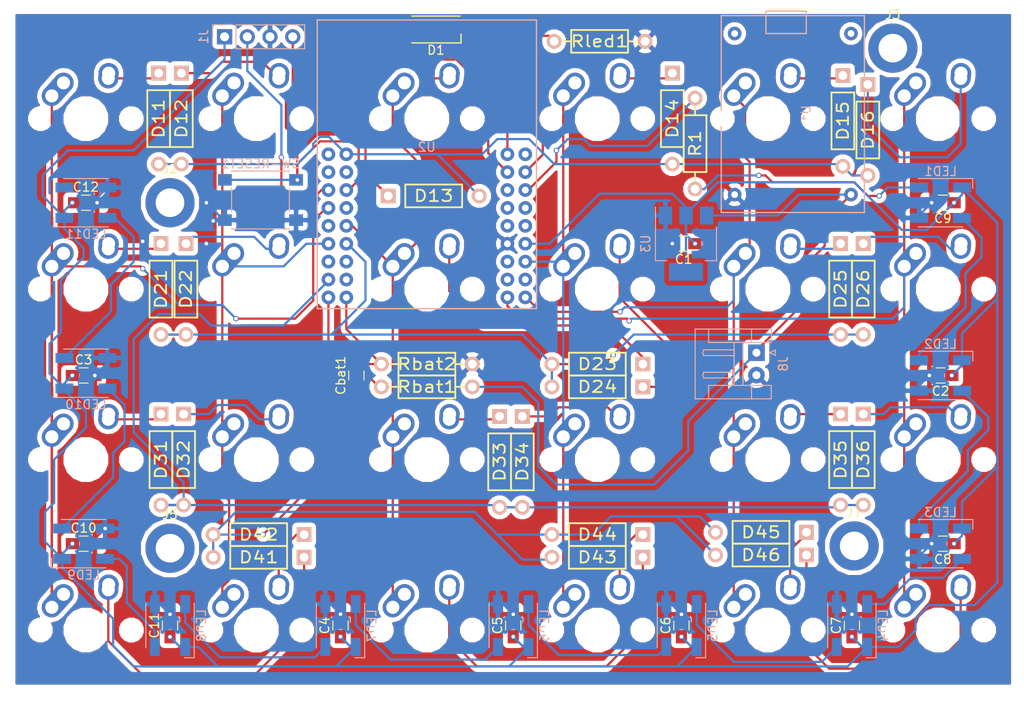
<source format=kicad_pcb>
(kicad_pcb (version 4) (host pcbnew 4.0.7)
  (layers (0 F.Cu signal) (31 B.Cu signal) (34 B.Paste user) (35 F.Paste user) (36 B.SilkS user) (37 F.SilkS user) (38 B.Mask user) (39 F.Mask user) (44 Edge.Cuts user))
  (net 0 "")
  (net 1 VCC)
  (net 2 GND)
  (net 3 "Net-(D11-Pad2)")
  (net 4 "Net-(D12-Pad2)")
  (net 5 "Net-(D13-Pad2)")
  (net 6 "Net-(D14-Pad2)")
  (net 7 "Net-(D15-Pad2)")
  (net 8 "Net-(D16-Pad2)")
  (net 9 "Net-(D21-Pad2)")
  (net 10 "Net-(D22-Pad2)")
  (net 11 "Net-(D23-Pad2)")
  (net 12 "Net-(D24-Pad2)")
  (net 13 "Net-(D25-Pad2)")
  (net 14 "Net-(D26-Pad2)")
  (net 15 "Net-(D31-Pad2)")
  (net 16 "Net-(D32-Pad2)")
  (net 17 "Net-(D33-Pad2)")
  (net 18 "Net-(D34-Pad2)")
  (net 19 "Net-(D35-Pad2)")
  (net 20 "Net-(D36-Pad2)")
  (net 21 "Net-(D41-Pad2)")
  (net 22 "Net-(D42-Pad2)")
  (net 23 "Net-(D43-Pad2)")
  (net 24 "Net-(D44-Pad2)")
  (net 25 "Net-(D45-Pad2)")
  (net 26 "Net-(D46-Pad2)")
  (net 27 "Net-(LED1-Pad2)")
  (net 28 "Net-(LED1-Pad4)")
  (net 29 "Net-(LED2-Pad2)")
  (net 30 "Net-(LED3-Pad2)")
  (net 31 row-1)
  (net 32 row-2)
  (net 33 row-3)
  (net 34 row-4)
  (net 35 col-3)
  (net 36 col-4)
  (net 37 col-1)
  (net 38 col-2)
  (net 39 col-5)
  (net 40 col-6)
  (net 41 "Net-(D1-Pad1)")
  (net 42 LED-R)
  (net 43 LED-B)
  (net 44 LED-G)
  (net 45 "Net-(J1-Pad2)")
  (net 46 "Net-(J1-Pad4)")
  (net 47 BAT-M)
  (net 48 underglowAux)
  (net 49 "Net-(LED10-Pad2)")
  (net 50 "Net-(J8-Pad1)")
  (net 51 "Net-(LED4-Pad2)")
  (net 52 "Net-(LED5-Pad2)")
  (net 53 "Net-(LED6-Pad2)")
  (net 54 "Net-(LED7-Pad2)")
  (net 55 "Net-(LED8-Pad2)")
  (net 56 underglow)
  (module MisComponentes:cargador-mini-usb (layer B.Cu) (at 291.846 36.322 270)
    (fp_text reference U1 (at 0 -1.5 270) (layer B.SilkS) (effects (justify mirror)))
    (fp_text value cargador-USB)
    (pad 0 thru_hole circle (at -9 6.5 270) (size 1.524 1.524) (drill 0.762) (layers *.Cu *.Mask))
    (pad 1 thru_hole circle (at -9 -6.5 270) (size 1.524 1.524) (drill 0.762) (layers *.Cu *.Mask))
    (pad 2 thru_hole circle (at 9 -6.5 270) (size 1.524 1.524) (drill 0.762) (layers *.Cu *.Mask) (net 50 "Net-(J8-Pad1)"))
    (pad 3 thru_hole circle (at 9 6.5 270) (size 1.524 1.524) (drill 0.762) (layers *.Cu *.Mask) (net 2 GND))
  )
  (module Capacitors_SMD:C_0805_HandSoldering (layer F.Cu) (at 279.654 50.8 180)
    (fp_text reference C1 (at 0 -1.75 180) (layer F.SilkS))
    (fp_text value 47uF)
    (pad 1 smd rect (at -1.25 0 180) (size 1.5 1.25) (layers F.Cu F.Paste F.Mask) (net 1 VCC))
    (pad 2 smd rect (at 1.25 0 180) (size 1.5 1.25) (layers F.Cu F.Paste F.Mask) (net 2 GND))
  )
  (module Capacitors_SMD:C_0805_HandSoldering (layer F.Cu) (at 308.356 65.532 180)
    (fp_text reference C2 (at 0 -1.75 180) (layer F.SilkS))
    (fp_text value 0.1uF)
    (pad 1 smd rect (at -1.25 0 180) (size 1.5 1.25) (layers F.Cu F.Paste F.Mask) (net 1 VCC))
    (pad 2 smd rect (at 1.25 0 180) (size 1.5 1.25) (layers F.Cu F.Paste F.Mask) (net 2 GND))
  )
  (module Capacitors_SMD:C_0805_HandSoldering (layer F.Cu) (at 212.598 65.532)
    (fp_text reference C3 (at 0 -1.75) (layer F.SilkS))
    (fp_text value 0.1uF)
    (pad 1 smd rect (at -1.25 0) (size 1.5 1.25) (layers F.Cu F.Paste F.Mask) (net 1 VCC))
    (pad 2 smd rect (at 1.25 0) (size 1.5 1.25) (layers F.Cu F.Paste F.Mask) (net 2 GND))
  )
  (module Capacitors_SMD:C_0805_HandSoldering (layer F.Cu) (at 241.3 93.472 90)
    (fp_text reference C4 (at 0 -1.75 90) (layer F.SilkS))
    (fp_text value 0.1uF)
    (pad 1 smd rect (at -1.25 0 90) (size 1.5 1.25) (layers F.Cu F.Paste F.Mask) (net 1 VCC))
    (pad 2 smd rect (at 1.25 0 90) (size 1.5 1.25) (layers F.Cu F.Paste F.Mask) (net 2 GND))
  )
  (module Capacitors_SMD:C_0805_HandSoldering (layer F.Cu) (at 260.604 93.472 90)
    (fp_text reference C5 (at 0 -1.75 90) (layer F.SilkS))
    (fp_text value 0.1uF)
    (pad 1 smd rect (at -1.25 0 90) (size 1.5 1.25) (layers F.Cu F.Paste F.Mask) (net 1 VCC))
    (pad 2 smd rect (at 1.25 0 90) (size 1.5 1.25) (layers F.Cu F.Paste F.Mask) (net 2 GND))
  )
  (module Capacitors_SMD:C_0805_HandSoldering (layer F.Cu) (at 279.4 93.472 90)
    (fp_text reference C6 (at 0 -1.75 90) (layer F.SilkS))
    (fp_text value 0.1uF)
    (pad 1 smd rect (at -1.25 0 90) (size 1.5 1.25) (layers F.Cu F.Paste F.Mask) (net 1 VCC))
    (pad 2 smd rect (at 1.25 0 90) (size 1.5 1.25) (layers F.Cu F.Paste F.Mask) (net 2 GND))
  )
  (module Capacitors_SMD:C_0805_HandSoldering (layer F.Cu) (at 298.45 93.472 90)
    (fp_text reference C7 (at 0 -1.75 90) (layer F.SilkS))
    (fp_text value 0.1uF)
    (pad 1 smd rect (at -1.25 0 90) (size 1.5 1.25) (layers F.Cu F.Paste F.Mask) (net 1 VCC))
    (pad 2 smd rect (at 1.25 0 90) (size 1.5 1.25) (layers F.Cu F.Paste F.Mask) (net 2 GND))
  )
  (module Capacitors_SMD:C_0805_HandSoldering (layer F.Cu) (at 308.61 84.328 180)
    (fp_text reference C8 (at 0 -1.75 180) (layer F.SilkS))
    (fp_text value 0.1uF)
    (pad 1 smd rect (at -1.25 0 180) (size 1.5 1.25) (layers F.Cu F.Paste F.Mask) (net 1 VCC))
    (pad 2 smd rect (at 1.25 0 180) (size 1.5 1.25) (layers F.Cu F.Paste F.Mask) (net 2 GND))
  )
  (module Capacitors_SMD:C_0805_HandSoldering (layer F.Cu) (at 308.61 46.228 180)
    (fp_text reference C9 (at 0 -1.75 180) (layer F.SilkS))
    (fp_text value 0.1uF)
    (pad 1 smd rect (at -1.25 0 180) (size 1.5 1.25) (layers F.Cu F.Paste F.Mask) (net 1 VCC))
    (pad 2 smd rect (at 1.25 0 180) (size 1.5 1.25) (layers F.Cu F.Paste F.Mask) (net 2 GND))
  )
  (module MisComponentes:LED_RGB_5050-4 (layer B.Cu) (at 308.356 46.228 180)
    (fp_text reference LED1 (at 0 3.5 360) (layer B.SilkS) (effects (justify mirror)))
    (fp_text value WS2812B)
    (pad 1 smd rect (at -2.4 1.7 90) (size 1.1 2) (layers B.Cu B.Paste B.Mask) (net 1 VCC))
    (pad 2 smd rect (at -2.4 -1.7 90) (size 1.1 2) (layers B.Cu B.Paste B.Mask) (net 27 "Net-(LED1-Pad2)"))
    (pad 3 smd rect (at 2.4 -1.7 90) (size 1.1 2) (layers B.Cu B.Paste B.Mask) (net 2 GND))
    (pad 4 smd rect (at 2.4 1.7 90) (size 1.1 2) (layers B.Cu B.Paste B.Mask) (net 28 "Net-(LED1-Pad4)"))
  )
  (module MisComponentes:LED_RGB_5050-4 (layer B.Cu) (at 308.356 65.532 180)
    (fp_text reference LED2 (at 0 3.5 360) (layer B.SilkS) (effects (justify mirror)))
    (fp_text value WS2812B)
    (pad 1 smd rect (at -2.4 1.7 90) (size 1.1 2) (layers B.Cu B.Paste B.Mask) (net 1 VCC))
    (pad 2 smd rect (at -2.4 -1.7 90) (size 1.1 2) (layers B.Cu B.Paste B.Mask) (net 29 "Net-(LED2-Pad2)"))
    (pad 3 smd rect (at 2.4 -1.7 90) (size 1.1 2) (layers B.Cu B.Paste B.Mask) (net 2 GND))
    (pad 4 smd rect (at 2.4 1.7 90) (size 1.1 2) (layers B.Cu B.Paste B.Mask) (net 27 "Net-(LED1-Pad2)"))
  )
  (module MisComponentes:LED_RGB_5050-4 (layer B.Cu) (at 308.356 84.328 180)
    (fp_text reference LED3 (at 0 3.5 360) (layer B.SilkS) (effects (justify mirror)))
    (fp_text value WS2812B)
    (pad 1 smd rect (at -2.4 1.7 90) (size 1.1 2) (layers B.Cu B.Paste B.Mask) (net 1 VCC))
    (pad 2 smd rect (at -2.4 -1.7 90) (size 1.1 2) (layers B.Cu B.Paste B.Mask) (net 30 "Net-(LED3-Pad2)"))
    (pad 3 smd rect (at 2.4 -1.7 90) (size 1.1 2) (layers B.Cu B.Paste B.Mask) (net 2 GND))
    (pad 4 smd rect (at 2.4 1.7 90) (size 1.1 2) (layers B.Cu B.Paste B.Mask) (net 29 "Net-(LED2-Pad2)"))
  )
  (module MisComponentes:LED_RGB_5050-4 (layer B.Cu) (at 298.45 93.472 90)
    (fp_text reference LED4 (at 0 3.5 270) (layer B.SilkS) (effects (justify mirror)))
    (fp_text value WS2812B)
    (pad 1 smd rect (at -2.4 1.7) (size 1.1 2) (layers B.Cu B.Paste B.Mask) (net 1 VCC))
    (pad 2 smd rect (at -2.4 -1.7) (size 1.1 2) (layers B.Cu B.Paste B.Mask) (net 51 "Net-(LED4-Pad2)"))
    (pad 3 smd rect (at 2.4 -1.7) (size 1.1 2) (layers B.Cu B.Paste B.Mask) (net 2 GND))
    (pad 4 smd rect (at 2.4 1.7) (size 1.1 2) (layers B.Cu B.Paste B.Mask) (net 30 "Net-(LED3-Pad2)"))
  )
  (module MisComponentes:LED_RGB_5050-4 (layer B.Cu) (at 279.4 93.472 90)
    (fp_text reference LED5 (at 0 3.5 270) (layer B.SilkS) (effects (justify mirror)))
    (fp_text value WS2812B)
    (pad 1 smd rect (at -2.4 1.7) (size 1.1 2) (layers B.Cu B.Paste B.Mask) (net 1 VCC))
    (pad 2 smd rect (at -2.4 -1.7) (size 1.1 2) (layers B.Cu B.Paste B.Mask) (net 52 "Net-(LED5-Pad2)"))
    (pad 3 smd rect (at 2.4 -1.7) (size 1.1 2) (layers B.Cu B.Paste B.Mask) (net 2 GND))
    (pad 4 smd rect (at 2.4 1.7) (size 1.1 2) (layers B.Cu B.Paste B.Mask) (net 51 "Net-(LED4-Pad2)"))
  )
  (module MisComponentes:LED_RGB_5050-4 (layer B.Cu) (at 260.604 93.472 90)
    (fp_text reference LED6 (at 0 3.5 270) (layer B.SilkS) (effects (justify mirror)))
    (fp_text value WS2812B)
    (pad 1 smd rect (at -2.4 1.7) (size 1.1 2) (layers B.Cu B.Paste B.Mask) (net 1 VCC))
    (pad 2 smd rect (at -2.4 -1.7) (size 1.1 2) (layers B.Cu B.Paste B.Mask) (net 53 "Net-(LED6-Pad2)"))
    (pad 3 smd rect (at 2.4 -1.7) (size 1.1 2) (layers B.Cu B.Paste B.Mask) (net 2 GND))
    (pad 4 smd rect (at 2.4 1.7) (size 1.1 2) (layers B.Cu B.Paste B.Mask) (net 52 "Net-(LED5-Pad2)"))
  )
  (module MisComponentes:LED_RGB_5050-4 (layer B.Cu) (at 241.3 93.472 90)
    (fp_text reference LED7 (at 0 3.5 270) (layer B.SilkS) (effects (justify mirror)))
    (fp_text value WS2812B)
    (pad 1 smd rect (at -2.4 1.7) (size 1.1 2) (layers B.Cu B.Paste B.Mask) (net 1 VCC))
    (pad 2 smd rect (at -2.4 -1.7) (size 1.1 2) (layers B.Cu B.Paste B.Mask) (net 54 "Net-(LED7-Pad2)"))
    (pad 3 smd rect (at 2.4 -1.7) (size 1.1 2) (layers B.Cu B.Paste B.Mask) (net 2 GND))
    (pad 4 smd rect (at 2.4 1.7) (size 1.1 2) (layers B.Cu B.Paste B.Mask) (net 53 "Net-(LED6-Pad2)"))
  )
  (module MisComponentes:LED_RGB_5050-4 (layer B.Cu) (at 222.25 93.472 90)
    (fp_text reference LED8 (at 0 3.5 270) (layer B.SilkS) (effects (justify mirror)))
    (fp_text value WS2812B)
    (pad 1 smd rect (at -2.4 1.7) (size 1.1 2) (layers B.Cu B.Paste B.Mask) (net 1 VCC))
    (pad 2 smd rect (at -2.4 -1.7) (size 1.1 2) (layers B.Cu B.Paste B.Mask) (net 55 "Net-(LED8-Pad2)"))
    (pad 3 smd rect (at 2.4 -1.7) (size 1.1 2) (layers B.Cu B.Paste B.Mask) (net 2 GND))
    (pad 4 smd rect (at 2.4 1.7) (size 1.1 2) (layers B.Cu B.Paste B.Mask) (net 54 "Net-(LED7-Pad2)"))
  )
  (module TO_SOT_Packages_SMD:SOT-223-3_TabPin2 (layer B.Cu) (at 279.908 50.8 270)
    (fp_text reference U3 (at 0 4.5 270) (layer B.SilkS) (effects (justify mirror)))
    (fp_text value LM1117-3.3)
    (pad 2 smd rect (at 3.15 0 270) (size 2 3.8) (layers B.Cu B.Paste B.Mask) (net 1 VCC))
    (pad 2 smd rect (at -3.15 0 270) (size 2 1.5) (layers B.Cu B.Paste B.Mask) (net 1 VCC))
    (pad 3 smd rect (at -3.15 -2.3 270) (size 2 1.5) (layers B.Cu B.Paste B.Mask) (net 50 "Net-(J8-Pad1)"))
    (pad 1 smd rect (at -3.15 2.3 270) (size 2 1.5) (layers B.Cu B.Paste B.Mask) (net 2 GND))
  )
  (module Capacitors_SMD:C_0805_HandSoldering (layer F.Cu) (at 212.598 84.328)
    (fp_text reference C10 (at 0 -1.75) (layer F.SilkS))
    (fp_text value 0.1uF)
    (pad 1 smd rect (at -1.25 0) (size 1.5 1.25) (layers F.Cu F.Paste F.Mask) (net 1 VCC))
    (pad 2 smd rect (at 1.25 0) (size 1.5 1.25) (layers F.Cu F.Paste F.Mask) (net 2 GND))
  )
  (module MisComponentes:LED_RGB_5050-4 (layer B.Cu) (at 212.598 84.328)
    (fp_text reference LED9 (at 0 3.5 180) (layer B.SilkS) (effects (justify mirror)))
    (fp_text value WS2812B)
    (pad 1 smd rect (at -2.4 1.7 270) (size 1.1 2) (layers B.Cu B.Paste B.Mask) (net 1 VCC))
    (pad 2 smd rect (at -2.4 -1.7 270) (size 1.1 2) (layers B.Cu B.Paste B.Mask) (net 48 underglowAux))
    (pad 3 smd rect (at 2.4 -1.7 270) (size 1.1 2) (layers B.Cu B.Paste B.Mask) (net 2 GND))
    (pad 4 smd rect (at 2.4 1.7 270) (size 1.1 2) (layers B.Cu B.Paste B.Mask) (net 55 "Net-(LED8-Pad2)"))
  )
  (module MisComponentes:core51822-through-hole (layer B.Cu) (at 250.952 43.561 180)
    (fp_text reference U2 (at 0.015 3.545 180) (layer B.SilkS) (effects (justify mirror)))
    (fp_text value core51822)
    (pad 1 thru_hole circle (at -11 2.75 180) (size 1.524 1.524) (drill 0.762) (layers *.Cu *.Mask))
    (pad 2 thru_hole circle (at -9 2.75 180) (size 1.524 1.524) (drill 0.762) (layers *.Cu *.Mask) (net 43 LED-B))
    (pad 3 thru_hole circle (at -11 0.75 180) (size 1.524 1.524) (drill 0.762) (layers *.Cu *.Mask) (net 42 LED-R))
    (pad 4 thru_hole circle (at -9 0.75 180) (size 1.524 1.524) (drill 0.762) (layers *.Cu *.Mask) (net 44 LED-G))
    (pad 5 thru_hole circle (at -11 -1.25 180) (size 1.524 1.524) (drill 0.762) (layers *.Cu *.Mask) (net 56 underglow))
    (pad 6 thru_hole circle (at -9 -1.25 180) (size 1.524 1.524) (drill 0.762) (layers *.Cu *.Mask))
    (pad 7 thru_hole circle (at -11 -3.25 180) (size 1.524 1.524) (drill 0.762) (layers *.Cu *.Mask))
    (pad 8 thru_hole circle (at -9 -3.25 180) (size 1.524 1.524) (drill 0.762) (layers *.Cu *.Mask))
    (pad 9 thru_hole circle (at -11 -5.25 180) (size 1.524 1.524) (drill 0.762) (layers *.Cu *.Mask))
    (pad 10 thru_hole circle (at -9 -5.25 180) (size 1.524 1.524) (drill 0.762) (layers *.Cu *.Mask))
    (pad 11 thru_hole circle (at -11 -7.25 180) (size 1.524 1.524) (drill 0.762) (layers *.Cu *.Mask) (net 1 VCC))
    (pad 12 thru_hole circle (at -9 -7.25 180) (size 1.524 1.524) (drill 0.762) (layers *.Cu *.Mask) (net 2 GND))
    (pad 13 thru_hole circle (at -11 -9.25 180) (size 1.524 1.524) (drill 0.762) (layers *.Cu *.Mask) (net 36 col-4))
    (pad 14 thru_hole circle (at -9 -9.25 180) (size 1.524 1.524) (drill 0.762) (layers *.Cu *.Mask))
    (pad 15 thru_hole circle (at -11 -11.25 180) (size 1.524 1.524) (drill 0.762) (layers *.Cu *.Mask))
    (pad 16 thru_hole circle (at -9 -11.25 180) (size 1.524 1.524) (drill 0.762) (layers *.Cu *.Mask))
    (pad 17 thru_hole circle (at -11 -13.25 180) (size 1.524 1.524) (drill 0.762) (layers *.Cu *.Mask) (net 39 col-5))
    (pad 18 thru_hole circle (at -9 -13.25 180) (size 1.524 1.524) (drill 0.762) (layers *.Cu *.Mask) (net 40 col-6))
    (pad 20 thru_hole circle (at 11 2.75 180) (size 1.524 1.524) (drill 0.762) (layers *.Cu *.Mask))
    (pad 21 thru_hole circle (at 9 0.75 180) (size 1.524 1.524) (drill 0.762) (layers *.Cu *.Mask))
    (pad 22 thru_hole circle (at 11 0.75 180) (size 1.524 1.524) (drill 0.762) (layers *.Cu *.Mask))
    (pad 23 thru_hole circle (at 9 -1.25 180) (size 1.524 1.524) (drill 0.762) (layers *.Cu *.Mask) (net 46 "Net-(J1-Pad4)"))
    (pad 24 thru_hole circle (at 11 -1.25 180) (size 1.524 1.524) (drill 0.762) (layers *.Cu *.Mask) (net 45 "Net-(J1-Pad2)"))
    (pad 25 thru_hole circle (at 9 -3.25 180) (size 1.524 1.524) (drill 0.762) (layers *.Cu *.Mask))
    (pad 26 thru_hole circle (at 11 -3.25 180) (size 1.524 1.524) (drill 0.762) (layers *.Cu *.Mask) (net 37 col-1))
    (pad 27 thru_hole circle (at 9 -5.25 180) (size 1.524 1.524) (drill 0.762) (layers *.Cu *.Mask) (net 35 col-3))
    (pad 28 thru_hole circle (at 11 -5.25 180) (size 1.524 1.524) (drill 0.762) (layers *.Cu *.Mask))
    (pad 29 thru_hole circle (at 9 -7.25 180) (size 1.524 1.524) (drill 0.762) (layers *.Cu *.Mask) (net 32 row-2))
    (pad 30 thru_hole circle (at 11 -7.25 180) (size 1.524 1.524) (drill 0.762) (layers *.Cu *.Mask) (net 38 col-2))
    (pad 31 thru_hole circle (at 9 -9.25 180) (size 1.524 1.524) (drill 0.762) (layers *.Cu *.Mask))
    (pad 32 thru_hole circle (at 11 -9.25 180) (size 1.524 1.524) (drill 0.762) (layers *.Cu *.Mask))
    (pad 33 thru_hole circle (at 9 -11.25 180) (size 1.524 1.524) (drill 0.762) (layers *.Cu *.Mask))
    (pad 34 thru_hole circle (at 11 -11.25 180) (size 1.524 1.524) (drill 0.762) (layers *.Cu *.Mask) (net 33 row-3))
    (pad 35 thru_hole circle (at 9 -13.25 180) (size 1.524 1.524) (drill 0.762) (layers *.Cu *.Mask) (net 47 BAT-M))
    (pad 36 thru_hole circle (at 11 -13.25 180) (size 1.524 1.524) (drill 0.762) (layers *.Cu *.Mask) (net 34 row-4))
    (pad 19 thru_hole circle (at 9 2.75 180) (size 1.524 1.524) (drill 0.762) (layers *.Cu *.Mask) (net 31 row-1))
  )
  (module LEDs:LED_RGB_1210 (layer F.Cu) (at 251.968 26.8732 180)
    (fp_text reference D1 (at 0 -2.3 180) (layer F.SilkS))
    (fp_text value LED_BAT)
    (pad 1 smd rect (at -1.75 -0.7) (size 1.5 1) (layers F.Cu F.Paste F.Mask) (net 41 "Net-(D1-Pad1)"))
    (pad 2 smd rect (at -1.75 0.7) (size 1.5 1) (layers F.Cu F.Paste F.Mask) (net 42 LED-R))
    (pad 4 smd rect (at 1.75 -0.7) (size 1.5 1) (layers F.Cu F.Paste F.Mask) (net 43 LED-B))
    (pad 3 smd rect (at 1.75 0.7) (size 1.5 1) (layers F.Cu F.Paste F.Mask) (net 44 LED-G))
  )
  (module Capacitors_SMD:C_0805_HandSoldering (layer F.Cu) (at 243.078 65.532 90)
    (fp_text reference Cbat1 (at 0 -1.75 90) (layer F.SilkS))
    (fp_text value 22n)
    (pad 1 smd rect (at -1.25 0 90) (size 1.5 1.25) (layers F.Cu F.Paste F.Mask) (net 2 GND))
    (pad 2 smd rect (at 1.25 0 90) (size 1.5 1.25) (layers F.Cu F.Paste F.Mask) (net 47 BAT-M))
  )
  (module Buttons_Switches_SMD:SW_SPST_PTS645 (layer B.Cu) (at 232.3592 45.9232 180)
    (fp_text reference SW-RESET1 (at 0 4.05 180) (layer B.SilkS) (effects (justify mirror)))
    (fp_text value SW_PUSH)
    (pad 2 smd rect (at -3.98 -2.25 180) (size 1.55 1.3) (layers B.Cu B.Paste B.Mask) (net 2 GND))
    (pad 1 smd rect (at -3.98 2.25 180) (size 1.55 1.3) (layers B.Cu B.Paste B.Mask) (net 46 "Net-(J1-Pad4)"))
    (pad 1 smd rect (at 3.98 2.25 180) (size 1.55 1.3) (layers B.Cu B.Paste B.Mask) (net 46 "Net-(J1-Pad4)"))
    (pad 2 smd rect (at 3.98 -2.25 180) (size 1.55 1.3) (layers B.Cu B.Paste B.Mask) (net 2 GND))
  )
  (module footprints:DIODE (layer F.Cu) (at 220.98 36.83 90)
    (fp_text reference D11 (at 0 0 90) (layer F.SilkS) (effects (font (size 1.27 1.524) (thickness 0.2032))))
    (fp_text value D hide)
    (pad 1 thru_hole circle (at -5.08 0 90) (size 1.651 1.651) (drill 0.9906) (layers *.Cu *.SilkS *.Mask) (net 31 row-1))
    (pad 2 thru_hole rect (at 5.08 0 90) (size 1.651 1.651) (drill 0.9906) (layers *.Cu *.SilkS *.Mask) (net 3 "Net-(D11-Pad2)"))
  )
  (module footprints:DIODE (layer F.Cu) (at 223.52 36.83 90)
    (fp_text reference D12 (at 0 0 90) (layer F.SilkS) (effects (font (size 1.27 1.524) (thickness 0.2032))))
    (fp_text value D hide)
    (pad 1 thru_hole circle (at -5.08 0 90) (size 1.651 1.651) (drill 0.9906) (layers *.Cu *.SilkS *.Mask) (net 31 row-1))
    (pad 2 thru_hole rect (at 5.08 0 90) (size 1.651 1.651) (drill 0.9906) (layers *.Cu *.SilkS *.Mask) (net 4 "Net-(D12-Pad2)"))
  )
  (module footprints:DIODE (layer F.Cu) (at 251.714 45.466 180)
    (fp_text reference D13 (at 0 0 180) (layer F.SilkS) (effects (font (size 1.27 1.524) (thickness 0.2032))))
    (fp_text value D hide)
    (pad 1 thru_hole circle (at -5.08 0 180) (size 1.651 1.651) (drill 0.9906) (layers *.Cu *.SilkS *.Mask) (net 31 row-1))
    (pad 2 thru_hole rect (at 5.08 0 180) (size 1.651 1.651) (drill 0.9906) (layers *.Cu *.SilkS *.Mask) (net 5 "Net-(D13-Pad2)"))
  )
  (module footprints:DIODE (layer F.Cu) (at 278.384 36.83 90)
    (fp_text reference D14 (at 0 0 90) (layer F.SilkS) (effects (font (size 1.27 1.524) (thickness 0.2032))))
    (fp_text value D hide)
    (pad 1 thru_hole circle (at -5.08 0 90) (size 1.651 1.651) (drill 0.9906) (layers *.Cu *.SilkS *.Mask) (net 31 row-1))
    (pad 2 thru_hole rect (at 5.08 0 90) (size 1.651 1.651) (drill 0.9906) (layers *.Cu *.SilkS *.Mask) (net 6 "Net-(D14-Pad2)"))
  )
  (module footprints:DIODE (layer F.Cu) (at 297.434 37.084 90)
    (fp_text reference D15 (at 0 0 90) (layer F.SilkS) (effects (font (size 1.27 1.524) (thickness 0.2032))))
    (fp_text value D hide)
    (pad 1 thru_hole circle (at -5.08 0 90) (size 1.651 1.651) (drill 0.9906) (layers *.Cu *.SilkS *.Mask) (net 31 row-1))
    (pad 2 thru_hole rect (at 5.08 0 90) (size 1.651 1.651) (drill 0.9906) (layers *.Cu *.SilkS *.Mask) (net 7 "Net-(D15-Pad2)"))
  )
  (module footprints:DIODE (layer F.Cu) (at 300.228 38.1 90)
    (fp_text reference D16 (at 0 0 90) (layer F.SilkS) (effects (font (size 1.27 1.524) (thickness 0.2032))))
    (fp_text value D hide)
    (pad 1 thru_hole circle (at -5.08 0 90) (size 1.651 1.651) (drill 0.9906) (layers *.Cu *.SilkS *.Mask) (net 31 row-1))
    (pad 2 thru_hole rect (at 5.08 0 90) (size 1.651 1.651) (drill 0.9906) (layers *.Cu *.SilkS *.Mask) (net 8 "Net-(D16-Pad2)"))
  )
  (module footprints:DIODE (layer F.Cu) (at 221.234 55.88 90)
    (fp_text reference D21 (at 0 0 90) (layer F.SilkS) (effects (font (size 1.27 1.524) (thickness 0.2032))))
    (fp_text value D hide)
    (pad 1 thru_hole circle (at -5.08 0 90) (size 1.651 1.651) (drill 0.9906) (layers *.Cu *.SilkS *.Mask) (net 32 row-2))
    (pad 2 thru_hole rect (at 5.08 0 90) (size 1.651 1.651) (drill 0.9906) (layers *.Cu *.SilkS *.Mask) (net 9 "Net-(D21-Pad2)"))
  )
  (module footprints:DIODE (layer F.Cu) (at 224.028 55.88 90)
    (fp_text reference D22 (at 0 0 90) (layer F.SilkS) (effects (font (size 1.27 1.524) (thickness 0.2032))))
    (fp_text value D hide)
    (pad 1 thru_hole circle (at -5.08 0 90) (size 1.651 1.651) (drill 0.9906) (layers *.Cu *.SilkS *.Mask) (net 32 row-2))
    (pad 2 thru_hole rect (at 5.08 0 90) (size 1.651 1.651) (drill 0.9906) (layers *.Cu *.SilkS *.Mask) (net 10 "Net-(D22-Pad2)"))
  )
  (module footprints:DIODE (layer F.Cu) (at 270.002 64.262)
    (fp_text reference D23 (at 0 0) (layer F.SilkS) (effects (font (size 1.27 1.524) (thickness 0.2032))))
    (fp_text value D hide)
    (pad 1 thru_hole circle (at -5.08 0) (size 1.651 1.651) (drill 0.9906) (layers *.Cu *.SilkS *.Mask) (net 32 row-2))
    (pad 2 thru_hole rect (at 5.08 0) (size 1.651 1.651) (drill 0.9906) (layers *.Cu *.SilkS *.Mask) (net 11 "Net-(D23-Pad2)"))
  )
  (module footprints:DIODE (layer F.Cu) (at 270.002 66.802)
    (fp_text reference D24 (at 0 0) (layer F.SilkS) (effects (font (size 1.27 1.524) (thickness 0.2032))))
    (fp_text value D hide)
    (pad 1 thru_hole circle (at -5.08 0) (size 1.651 1.651) (drill 0.9906) (layers *.Cu *.SilkS *.Mask) (net 32 row-2))
    (pad 2 thru_hole rect (at 5.08 0) (size 1.651 1.651) (drill 0.9906) (layers *.Cu *.SilkS *.Mask) (net 12 "Net-(D24-Pad2)"))
  )
  (module footprints:DIODE (layer F.Cu) (at 297.18 55.88 90)
    (fp_text reference D25 (at 0 0 90) (layer F.SilkS) (effects (font (size 1.27 1.524) (thickness 0.2032))))
    (fp_text value D hide)
    (pad 1 thru_hole circle (at -5.08 0 90) (size 1.651 1.651) (drill 0.9906) (layers *.Cu *.SilkS *.Mask) (net 32 row-2))
    (pad 2 thru_hole rect (at 5.08 0 90) (size 1.651 1.651) (drill 0.9906) (layers *.Cu *.SilkS *.Mask) (net 13 "Net-(D25-Pad2)"))
  )
  (module footprints:DIODE (layer F.Cu) (at 299.72 55.88 90)
    (fp_text reference D26 (at 0 0 90) (layer F.SilkS) (effects (font (size 1.27 1.524) (thickness 0.2032))))
    (fp_text value D hide)
    (pad 1 thru_hole circle (at -5.08 0 90) (size 1.651 1.651) (drill 0.9906) (layers *.Cu *.SilkS *.Mask) (net 32 row-2))
    (pad 2 thru_hole rect (at 5.08 0 90) (size 1.651 1.651) (drill 0.9906) (layers *.Cu *.SilkS *.Mask) (net 14 "Net-(D26-Pad2)"))
  )
  (module footprints:DIODE (layer F.Cu) (at 221.234 74.93 90)
    (fp_text reference D31 (at 0 0 90) (layer F.SilkS) (effects (font (size 1.27 1.524) (thickness 0.2032))))
    (fp_text value D hide)
    (pad 1 thru_hole circle (at -5.08 0 90) (size 1.651 1.651) (drill 0.9906) (layers *.Cu *.SilkS *.Mask) (net 33 row-3))
    (pad 2 thru_hole rect (at 5.08 0 90) (size 1.651 1.651) (drill 0.9906) (layers *.Cu *.SilkS *.Mask) (net 15 "Net-(D31-Pad2)"))
  )
  (module footprints:DIODE (layer F.Cu) (at 223.774 74.93 90)
    (fp_text reference D32 (at 0 0 90) (layer F.SilkS) (effects (font (size 1.27 1.524) (thickness 0.2032))))
    (fp_text value D hide)
    (pad 1 thru_hole circle (at -5.08 0 90) (size 1.651 1.651) (drill 0.9906) (layers *.Cu *.SilkS *.Mask) (net 33 row-3))
    (pad 2 thru_hole rect (at 5.08 0 90) (size 1.651 1.651) (drill 0.9906) (layers *.Cu *.SilkS *.Mask) (net 16 "Net-(D32-Pad2)"))
  )
  (module footprints:DIODE (layer F.Cu) (at 259.08 75.184 90)
    (fp_text reference D33 (at 0 0 90) (layer F.SilkS) (effects (font (size 1.27 1.524) (thickness 0.2032))))
    (fp_text value D hide)
    (pad 1 thru_hole circle (at -5.08 0 90) (size 1.651 1.651) (drill 0.9906) (layers *.Cu *.SilkS *.Mask) (net 33 row-3))
    (pad 2 thru_hole rect (at 5.08 0 90) (size 1.651 1.651) (drill 0.9906) (layers *.Cu *.SilkS *.Mask) (net 17 "Net-(D33-Pad2)"))
  )
  (module footprints:DIODE (layer F.Cu) (at 261.62 75.184 90)
    (fp_text reference D34 (at 0 0 90) (layer F.SilkS) (effects (font (size 1.27 1.524) (thickness 0.2032))))
    (fp_text value D hide)
    (pad 1 thru_hole circle (at -5.08 0 90) (size 1.651 1.651) (drill 0.9906) (layers *.Cu *.SilkS *.Mask) (net 33 row-3))
    (pad 2 thru_hole rect (at 5.08 0 90) (size 1.651 1.651) (drill 0.9906) (layers *.Cu *.SilkS *.Mask) (net 18 "Net-(D34-Pad2)"))
  )
  (module footprints:DIODE (layer F.Cu) (at 297.18 74.93 90)
    (fp_text reference D35 (at 0 0 90) (layer F.SilkS) (effects (font (size 1.27 1.524) (thickness 0.2032))))
    (fp_text value D hide)
    (pad 1 thru_hole circle (at -5.08 0 90) (size 1.651 1.651) (drill 0.9906) (layers *.Cu *.SilkS *.Mask) (net 33 row-3))
    (pad 2 thru_hole rect (at 5.08 0 90) (size 1.651 1.651) (drill 0.9906) (layers *.Cu *.SilkS *.Mask) (net 19 "Net-(D35-Pad2)"))
  )
  (module footprints:DIODE (layer F.Cu) (at 299.72 74.93 90)
    (fp_text reference D36 (at 0 0 90) (layer F.SilkS) (effects (font (size 1.27 1.524) (thickness 0.2032))))
    (fp_text value D hide)
    (pad 1 thru_hole circle (at -5.08 0 90) (size 1.651 1.651) (drill 0.9906) (layers *.Cu *.SilkS *.Mask) (net 33 row-3))
    (pad 2 thru_hole rect (at 5.08 0 90) (size 1.651 1.651) (drill 0.9906) (layers *.Cu *.SilkS *.Mask) (net 20 "Net-(D36-Pad2)"))
  )
  (module footprints:DIODE (layer F.Cu) (at 232.156 85.852)
    (fp_text reference D41 (at 0 0) (layer F.SilkS) (effects (font (size 1.27 1.524) (thickness 0.2032))))
    (fp_text value D hide)
    (pad 1 thru_hole circle (at -5.08 0) (size 1.651 1.651) (drill 0.9906) (layers *.Cu *.SilkS *.Mask) (net 34 row-4))
    (pad 2 thru_hole rect (at 5.08 0) (size 1.651 1.651) (drill 0.9906) (layers *.Cu *.SilkS *.Mask) (net 21 "Net-(D41-Pad2)"))
  )
  (module footprints:DIODE (layer F.Cu) (at 232.156 83.312)
    (fp_text reference D42 (at 0 0) (layer F.SilkS) (effects (font (size 1.27 1.524) (thickness 0.2032))))
    (fp_text value D hide)
    (pad 1 thru_hole circle (at -5.08 0) (size 1.651 1.651) (drill 0.9906) (layers *.Cu *.SilkS *.Mask) (net 34 row-4))
    (pad 2 thru_hole rect (at 5.08 0) (size 1.651 1.651) (drill 0.9906) (layers *.Cu *.SilkS *.Mask) (net 22 "Net-(D42-Pad2)"))
  )
  (module footprints:DIODE (layer F.Cu) (at 270.002 85.852)
    (fp_text reference D43 (at 0 0) (layer F.SilkS) (effects (font (size 1.27 1.524) (thickness 0.2032))))
    (fp_text value D hide)
    (pad 1 thru_hole circle (at -5.08 0) (size 1.651 1.651) (drill 0.9906) (layers *.Cu *.SilkS *.Mask) (net 34 row-4))
    (pad 2 thru_hole rect (at 5.08 0) (size 1.651 1.651) (drill 0.9906) (layers *.Cu *.SilkS *.Mask) (net 23 "Net-(D43-Pad2)"))
  )
  (module footprints:DIODE (layer F.Cu) (at 270.002 83.312)
    (fp_text reference D44 (at 0 0) (layer F.SilkS) (effects (font (size 1.27 1.524) (thickness 0.2032))))
    (fp_text value D hide)
    (pad 1 thru_hole circle (at -5.08 0) (size 1.651 1.651) (drill 0.9906) (layers *.Cu *.SilkS *.Mask) (net 34 row-4))
    (pad 2 thru_hole rect (at 5.08 0) (size 1.651 1.651) (drill 0.9906) (layers *.Cu *.SilkS *.Mask) (net 24 "Net-(D44-Pad2)"))
  )
  (module footprints:DIODE (layer F.Cu) (at 288.29 83.058)
    (fp_text reference D45 (at 0 0) (layer F.SilkS) (effects (font (size 1.27 1.524) (thickness 0.2032))))
    (fp_text value D hide)
    (pad 1 thru_hole circle (at -5.08 0) (size 1.651 1.651) (drill 0.9906) (layers *.Cu *.SilkS *.Mask) (net 34 row-4))
    (pad 2 thru_hole rect (at 5.08 0) (size 1.651 1.651) (drill 0.9906) (layers *.Cu *.SilkS *.Mask) (net 25 "Net-(D45-Pad2)"))
  )
  (module footprints:DIODE (layer F.Cu) (at 288.29 85.598)
    (fp_text reference D46 (at 0 0) (layer F.SilkS) (effects (font (size 1.27 1.524) (thickness 0.2032))))
    (fp_text value D hide)
    (pad 1 thru_hole circle (at -5.08 0) (size 1.651 1.651) (drill 0.9906) (layers *.Cu *.SilkS *.Mask) (net 34 row-4))
    (pad 2 thru_hole rect (at 5.08 0) (size 1.651 1.651) (drill 0.9906) (layers *.Cu *.SilkS *.Mask) (net 26 "Net-(D46-Pad2)"))
  )
  (module footprints:RESISTOR (layer F.Cu) (at 280.924 39.624 90)
    (fp_text reference R1 (at 0 0 90) (layer F.SilkS) (effects (font (size 1.27 1.524) (thickness 0.2032))))
    (fp_text value 470 hide)
    (pad 1 thru_hole circle (at -5.08 0 90) (size 1.651 1.651) (drill 0.9906) (layers *.Cu *.SilkS *.Mask) (net 28 "Net-(LED1-Pad4)"))
    (pad 2 thru_hole circle (at 5.08 0 90) (size 1.651 1.651) (drill 0.9906) (layers *.Cu *.SilkS *.Mask) (net 56 underglow))
  )
  (module footprints:RESISTOR (layer F.Cu) (at 250.952 66.802)
    (fp_text reference Rbat1 (at 0 0) (layer F.SilkS) (effects (font (size 1.27 1.524) (thickness 0.2032))))
    (fp_text value 10M hide)
    (pad 1 thru_hole circle (at -5.08 0) (size 1.651 1.651) (drill 0.9906) (layers *.Cu *.SilkS *.Mask) (net 47 BAT-M))
    (pad 2 thru_hole circle (at 5.08 0) (size 1.651 1.651) (drill 0.9906) (layers *.Cu *.SilkS *.Mask) (net 50 "Net-(J8-Pad1)"))
  )
  (module footprints:RESISTOR (layer F.Cu) (at 250.952 64.262 180)
    (fp_text reference Rbat2 (at 0 0 180) (layer F.SilkS) (effects (font (size 1.27 1.524) (thickness 0.2032))))
    (fp_text value 2.2M hide)
    (pad 1 thru_hole circle (at -5.08 0 180) (size 1.651 1.651) (drill 0.9906) (layers *.Cu *.SilkS *.Mask) (net 2 GND))
    (pad 2 thru_hole circle (at 5.08 0 180) (size 1.651 1.651) (drill 0.9906) (layers *.Cu *.SilkS *.Mask) (net 47 BAT-M))
  )
  (module footprints:RESISTOR (layer F.Cu) (at 270.256 28.194 180)
    (fp_text reference Rled1 (at 0 0 180) (layer F.SilkS) (effects (font (size 1.27 1.524) (thickness 0.2032))))
    (fp_text value 470 hide)
    (pad 1 thru_hole circle (at -5.08 0 180) (size 1.651 1.651) (drill 0.9906) (layers *.Cu *.SilkS *.Mask) (net 2 GND))
    (pad 2 thru_hole circle (at 5.08 0 180) (size 1.651 1.651) (drill 0.9906) (layers *.Cu *.SilkS *.Mask) (net 41 "Net-(D1-Pad1)"))
  )
  (module Mounting_Holes:MountingHole_3.2mm_M3_ISO14580_Pad (layer F.Cu) (at 222.25 46.228)
    (fp_text reference J2 (at 0 -3.75) (layer F.SilkS))
    (fp_text value Conn_01x01)
    (pad 1 thru_hole circle (at 0 0) (size 5.5 5.5) (drill 3.2) (layers *.Cu *.Mask))
  )
  (module Mounting_Holes:MountingHole_3.2mm_M3_ISO14580_Pad (layer F.Cu) (at 303.022 28.956)
    (fp_text reference J3 (at 0 -3.75) (layer F.SilkS))
    (fp_text value Conn_01x01)
    (pad 1 thru_hole circle (at 0 0) (size 5.5 5.5) (drill 3.2) (layers *.Cu *.Mask))
  )
  (module Mounting_Holes:MountingHole_3.2mm_M3_ISO14580_Pad (layer F.Cu) (at 222.25 84.836)
    (fp_text reference J5 (at 0 -3.75) (layer F.SilkS))
    (fp_text value Conn_01x01)
    (pad 1 thru_hole circle (at 0 0) (size 5.5 5.5) (drill 3.2) (layers *.Cu *.Mask))
  )
  (module Mounting_Holes:MountingHole_3.2mm_M3_ISO14580_Pad (layer F.Cu) (at 298.704 84.582)
    (fp_text reference J7 (at 0 -3.75) (layer F.SilkS))
    (fp_text value Conn_01x01)
    (pad 1 thru_hole circle (at 0 0) (size 5.5 5.5) (drill 3.2) (layers *.Cu *.Mask))
  )
  (module Capacitors_SMD:C_0805_HandSoldering (layer F.Cu) (at 222.25 93.472 90)
    (fp_text reference C11 (at 0 -1.75 90) (layer F.SilkS))
    (fp_text value 0.1uF)
    (pad 1 smd rect (at -1.25 0 90) (size 1.5 1.25) (layers F.Cu F.Paste F.Mask) (net 1 VCC))
    (pad 2 smd rect (at 1.25 0 90) (size 1.5 1.25) (layers F.Cu F.Paste F.Mask) (net 2 GND))
  )
  (module Capacitors_SMD:C_0805_HandSoldering (layer F.Cu) (at 212.852 46.228)
    (fp_text reference C12 (at 0 -1.75) (layer F.SilkS))
    (fp_text value 0.1uF)
    (pad 1 smd rect (at -1.25 0) (size 1.5 1.25) (layers F.Cu F.Paste F.Mask) (net 1 VCC))
    (pad 2 smd rect (at 1.25 0) (size 1.5 1.25) (layers F.Cu F.Paste F.Mask) (net 2 GND))
  )
  (module MisComponentes:LED_RGB_5050-4 (layer B.Cu) (at 212.852 65.278)
    (fp_text reference LED10 (at 0 3.5 180) (layer B.SilkS) (effects (justify mirror)))
    (fp_text value WS2812B)
    (pad 1 smd rect (at -2.4 1.7 270) (size 1.1 2) (layers B.Cu B.Paste B.Mask) (net 1 VCC))
    (pad 2 smd rect (at -2.4 -1.7 270) (size 1.1 2) (layers B.Cu B.Paste B.Mask) (net 49 "Net-(LED10-Pad2)"))
    (pad 3 smd rect (at 2.4 -1.7 270) (size 1.1 2) (layers B.Cu B.Paste B.Mask) (net 2 GND))
    (pad 4 smd rect (at 2.4 1.7 270) (size 1.1 2) (layers B.Cu B.Paste B.Mask) (net 48 underglowAux))
  )
  (module MisComponentes:LED_RGB_5050-4 (layer B.Cu) (at 212.852 46.228)
    (fp_text reference LED11 (at 0 3.5 180) (layer B.SilkS) (effects (justify mirror)))
    (fp_text value WS2812B)
    (pad 1 smd rect (at -2.4 1.7 270) (size 1.1 2) (layers B.Cu B.Paste B.Mask) (net 1 VCC))
    (pad 2 smd rect (at -2.4 -1.7 270) (size 1.1 2) (layers B.Cu B.Paste B.Mask))
    (pad 3 smd rect (at 2.4 -1.7 270) (size 1.1 2) (layers B.Cu B.Paste B.Mask) (net 2 GND))
    (pad 4 smd rect (at 2.4 1.7 270) (size 1.1 2) (layers B.Cu B.Paste B.Mask) (net 49 "Net-(LED10-Pad2)"))
  )
  (module Connectors_JST:JST_EH_S02B-EH_02x2.50mm_Angled (layer B.Cu) (at 287.782 62.992 270)
    (fp_text reference J8 (at 1.25 -3 270) (layer B.SilkS) (effects (justify mirror)))
    (fp_text value Conn-Battery)
    (pad 1 thru_hole rect (at 0 0 270) (size 1.85 1.85) (drill 0.9) (layers *.Cu *.Mask) (net 50 "Net-(J8-Pad1)"))
    (pad 2 thru_hole circle (at 2.5 0 270) (size 1.85 1.85) (drill 0.9) (layers *.Cu *.Mask) (net 2 GND))
  )
  (module Pin_Headers:Pin_Header_Straight_1x04_Pitch2.54mm (layer B.Cu) (at 228.346 27.686 270)
    (fp_text reference J1 (at 0 2.33 270) (layer B.SilkS) (effects (justify mirror)))
    (fp_text value prog_pins)
    (pad 1 thru_hole rect (at 0 0 270) (size 1.7 1.7) (drill 1) (layers *.Cu *.Mask) (net 1 VCC))
    (pad 2 thru_hole oval (at 0 -2.54 270) (size 1.7 1.7) (drill 1) (layers *.Cu *.Mask) (net 45 "Net-(J1-Pad2)"))
    (pad 3 thru_hole oval (at 0 -5.08 270) (size 1.7 1.7) (drill 1) (layers *.Cu *.Mask) (net 2 GND))
    (pad 4 thru_hole oval (at 0 -7.62 270) (size 1.7 1.7) (drill 1) (layers *.Cu *.Mask) (net 46 "Net-(J1-Pad4)"))
  )
  (module MX_Alps_Hybrid:MX-1U-NoLED (layer F.Cu) (at 212.852 36.83)
    (fp_text reference K-11)
    (fp_text value KEYSW)
    (pad 2 thru_hole oval (at 2.5 -4.5 86.0548) (size 2.831378 2.25) (drill 1.47 (offset 0.290689 0)) (layers *.Cu B.Mask) (net 3 "Net-(D11-Pad2)"))
    (pad 2 thru_hole circle (at 2.54 -5.08) (size 2.25 2.25) (drill 1.47) (layers *.Cu B.Mask) (net 3 "Net-(D11-Pad2)"))
    (pad 1 thru_hole oval (at -3.81 -2.54 48.0996) (size 4.211556 2.25) (drill 1.47 (offset 0.980778 0)) (layers *.Cu B.Mask) (net 37 col-1))
    (pad "" np_thru_hole circle (at 0 0) (size 3.9878 3.9878) (drill 3.9878) (layers *.Cu *.Mask))
    (pad 1 thru_hole circle (at -2.5 -4) (size 2.25 2.25) (drill 1.47) (layers *.Cu B.Mask) (net 37 col-1))
    (pad "" np_thru_hole circle (at -5.08 0 48.0996) (size 1.75 1.75) (drill 1.75) (layers *.Cu *.Mask))
    (pad "" np_thru_hole circle (at 5.08 0 48.0996) (size 1.75 1.75) (drill 1.75) (layers *.Cu *.Mask))
  )
  (module MX_Alps_Hybrid:MX-1U-NoLED (layer F.Cu) (at 231.902 36.83)
    (fp_text reference K-12)
    (fp_text value KEYSW)
    (pad 2 thru_hole oval (at 2.5 -4.5 86.0548) (size 2.831378 2.25) (drill 1.47 (offset 0.290689 0)) (layers *.Cu B.Mask) (net 4 "Net-(D12-Pad2)"))
    (pad 2 thru_hole circle (at 2.54 -5.08) (size 2.25 2.25) (drill 1.47) (layers *.Cu B.Mask) (net 4 "Net-(D12-Pad2)"))
    (pad 1 thru_hole oval (at -3.81 -2.54 48.0996) (size 4.211556 2.25) (drill 1.47 (offset 0.980778 0)) (layers *.Cu B.Mask) (net 38 col-2))
    (pad "" np_thru_hole circle (at 0 0) (size 3.9878 3.9878) (drill 3.9878) (layers *.Cu *.Mask))
    (pad 1 thru_hole circle (at -2.5 -4) (size 2.25 2.25) (drill 1.47) (layers *.Cu B.Mask) (net 38 col-2))
    (pad "" np_thru_hole circle (at -5.08 0 48.0996) (size 1.75 1.75) (drill 1.75) (layers *.Cu *.Mask))
    (pad "" np_thru_hole circle (at 5.08 0 48.0996) (size 1.75 1.75) (drill 1.75) (layers *.Cu *.Mask))
  )
  (module MX_Alps_Hybrid:MX-1U-NoLED (layer F.Cu) (at 250.952 36.83)
    (fp_text reference K-13)
    (fp_text value KEYSW)
    (pad 2 thru_hole oval (at 2.5 -4.5 86.0548) (size 2.831378 2.25) (drill 1.47 (offset 0.290689 0)) (layers *.Cu B.Mask) (net 5 "Net-(D13-Pad2)"))
    (pad 2 thru_hole circle (at 2.54 -5.08) (size 2.25 2.25) (drill 1.47) (layers *.Cu B.Mask) (net 5 "Net-(D13-Pad2)"))
    (pad 1 thru_hole oval (at -3.81 -2.54 48.0996) (size 4.211556 2.25) (drill 1.47 (offset 0.980778 0)) (layers *.Cu B.Mask) (net 35 col-3))
    (pad "" np_thru_hole circle (at 0 0) (size 3.9878 3.9878) (drill 3.9878) (layers *.Cu *.Mask))
    (pad 1 thru_hole circle (at -2.5 -4) (size 2.25 2.25) (drill 1.47) (layers *.Cu B.Mask) (net 35 col-3))
    (pad "" np_thru_hole circle (at -5.08 0 48.0996) (size 1.75 1.75) (drill 1.75) (layers *.Cu *.Mask))
    (pad "" np_thru_hole circle (at 5.08 0 48.0996) (size 1.75 1.75) (drill 1.75) (layers *.Cu *.Mask))
  )
  (module MX_Alps_Hybrid:MX-1U-NoLED (layer F.Cu) (at 270.002 36.83)
    (fp_text reference K-14)
    (fp_text value KEYSW)
    (pad 2 thru_hole oval (at 2.5 -4.5 86.0548) (size 2.831378 2.25) (drill 1.47 (offset 0.290689 0)) (layers *.Cu B.Mask) (net 6 "Net-(D14-Pad2)"))
    (pad 2 thru_hole circle (at 2.54 -5.08) (size 2.25 2.25) (drill 1.47) (layers *.Cu B.Mask) (net 6 "Net-(D14-Pad2)"))
    (pad 1 thru_hole oval (at -3.81 -2.54 48.0996) (size 4.211556 2.25) (drill 1.47 (offset 0.980778 0)) (layers *.Cu B.Mask) (net 36 col-4))
    (pad "" np_thru_hole circle (at 0 0) (size 3.9878 3.9878) (drill 3.9878) (layers *.Cu *.Mask))
    (pad 1 thru_hole circle (at -2.5 -4) (size 2.25 2.25) (drill 1.47) (layers *.Cu B.Mask) (net 36 col-4))
    (pad "" np_thru_hole circle (at -5.08 0 48.0996) (size 1.75 1.75) (drill 1.75) (layers *.Cu *.Mask))
    (pad "" np_thru_hole circle (at 5.08 0 48.0996) (size 1.75 1.75) (drill 1.75) (layers *.Cu *.Mask))
  )
  (module MX_Alps_Hybrid:MX-1U-NoLED (layer F.Cu) (at 289.052 36.83)
    (fp_text reference K-15)
    (fp_text value KEYSW)
    (pad 2 thru_hole oval (at 2.5 -4.5 86.0548) (size 2.831378 2.25) (drill 1.47 (offset 0.290689 0)) (layers *.Cu B.Mask) (net 7 "Net-(D15-Pad2)"))
    (pad 2 thru_hole circle (at 2.54 -5.08) (size 2.25 2.25) (drill 1.47) (layers *.Cu B.Mask) (net 7 "Net-(D15-Pad2)"))
    (pad 1 thru_hole oval (at -3.81 -2.54 48.0996) (size 4.211556 2.25) (drill 1.47 (offset 0.980778 0)) (layers *.Cu B.Mask) (net 39 col-5))
    (pad "" np_thru_hole circle (at 0 0) (size 3.9878 3.9878) (drill 3.9878) (layers *.Cu *.Mask))
    (pad 1 thru_hole circle (at -2.5 -4) (size 2.25 2.25) (drill 1.47) (layers *.Cu B.Mask) (net 39 col-5))
    (pad "" np_thru_hole circle (at -5.08 0 48.0996) (size 1.75 1.75) (drill 1.75) (layers *.Cu *.Mask))
    (pad "" np_thru_hole circle (at 5.08 0 48.0996) (size 1.75 1.75) (drill 1.75) (layers *.Cu *.Mask))
  )
  (module MX_Alps_Hybrid:MX-1U-NoLED (layer F.Cu) (at 308.102 36.83)
    (fp_text reference K-16)
    (fp_text value KEYSW)
    (pad 2 thru_hole oval (at 2.5 -4.5 86.0548) (size 2.831378 2.25) (drill 1.47 (offset 0.290689 0)) (layers *.Cu B.Mask) (net 8 "Net-(D16-Pad2)"))
    (pad 2 thru_hole circle (at 2.54 -5.08) (size 2.25 2.25) (drill 1.47) (layers *.Cu B.Mask) (net 8 "Net-(D16-Pad2)"))
    (pad 1 thru_hole oval (at -3.81 -2.54 48.0996) (size 4.211556 2.25) (drill 1.47 (offset 0.980778 0)) (layers *.Cu B.Mask) (net 40 col-6))
    (pad "" np_thru_hole circle (at 0 0) (size 3.9878 3.9878) (drill 3.9878) (layers *.Cu *.Mask))
    (pad 1 thru_hole circle (at -2.5 -4) (size 2.25 2.25) (drill 1.47) (layers *.Cu B.Mask) (net 40 col-6))
    (pad "" np_thru_hole circle (at -5.08 0 48.0996) (size 1.75 1.75) (drill 1.75) (layers *.Cu *.Mask))
    (pad "" np_thru_hole circle (at 5.08 0 48.0996) (size 1.75 1.75) (drill 1.75) (layers *.Cu *.Mask))
  )
  (module MX_Alps_Hybrid:MX-1U-NoLED (layer F.Cu) (at 212.852 55.88)
    (fp_text reference K-21)
    (fp_text value KEYSW)
    (pad 2 thru_hole oval (at 2.5 -4.5 86.0548) (size 2.831378 2.25) (drill 1.47 (offset 0.290689 0)) (layers *.Cu B.Mask) (net 9 "Net-(D21-Pad2)"))
    (pad 2 thru_hole circle (at 2.54 -5.08) (size 2.25 2.25) (drill 1.47) (layers *.Cu B.Mask) (net 9 "Net-(D21-Pad2)"))
    (pad 1 thru_hole oval (at -3.81 -2.54 48.0996) (size 4.211556 2.25) (drill 1.47 (offset 0.980778 0)) (layers *.Cu B.Mask) (net 37 col-1))
    (pad "" np_thru_hole circle (at 0 0) (size 3.9878 3.9878) (drill 3.9878) (layers *.Cu *.Mask))
    (pad 1 thru_hole circle (at -2.5 -4) (size 2.25 2.25) (drill 1.47) (layers *.Cu B.Mask) (net 37 col-1))
    (pad "" np_thru_hole circle (at -5.08 0 48.0996) (size 1.75 1.75) (drill 1.75) (layers *.Cu *.Mask))
    (pad "" np_thru_hole circle (at 5.08 0 48.0996) (size 1.75 1.75) (drill 1.75) (layers *.Cu *.Mask))
  )
  (module MX_Alps_Hybrid:MX-1U-NoLED (layer F.Cu) (at 231.902 55.88)
    (fp_text reference K-22)
    (fp_text value KEYSW)
    (pad 2 thru_hole oval (at 2.5 -4.5 86.0548) (size 2.831378 2.25) (drill 1.47 (offset 0.290689 0)) (layers *.Cu B.Mask) (net 10 "Net-(D22-Pad2)"))
    (pad 2 thru_hole circle (at 2.54 -5.08) (size 2.25 2.25) (drill 1.47) (layers *.Cu B.Mask) (net 10 "Net-(D22-Pad2)"))
    (pad 1 thru_hole oval (at -3.81 -2.54 48.0996) (size 4.211556 2.25) (drill 1.47 (offset 0.980778 0)) (layers *.Cu B.Mask) (net 38 col-2))
    (pad "" np_thru_hole circle (at 0 0) (size 3.9878 3.9878) (drill 3.9878) (layers *.Cu *.Mask))
    (pad 1 thru_hole circle (at -2.5 -4) (size 2.25 2.25) (drill 1.47) (layers *.Cu B.Mask) (net 38 col-2))
    (pad "" np_thru_hole circle (at -5.08 0 48.0996) (size 1.75 1.75) (drill 1.75) (layers *.Cu *.Mask))
    (pad "" np_thru_hole circle (at 5.08 0 48.0996) (size 1.75 1.75) (drill 1.75) (layers *.Cu *.Mask))
  )
  (module MX_Alps_Hybrid:MX-1U-NoLED (layer F.Cu) (at 250.952 55.88)
    (fp_text reference K-23)
    (fp_text value KEYSW)
    (pad 2 thru_hole oval (at 2.5 -4.5 86.0548) (size 2.831378 2.25) (drill 1.47 (offset 0.290689 0)) (layers *.Cu B.Mask) (net 11 "Net-(D23-Pad2)"))
    (pad 2 thru_hole circle (at 2.54 -5.08) (size 2.25 2.25) (drill 1.47) (layers *.Cu B.Mask) (net 11 "Net-(D23-Pad2)"))
    (pad 1 thru_hole oval (at -3.81 -2.54 48.0996) (size 4.211556 2.25) (drill 1.47 (offset 0.980778 0)) (layers *.Cu B.Mask) (net 35 col-3))
    (pad "" np_thru_hole circle (at 0 0) (size 3.9878 3.9878) (drill 3.9878) (layers *.Cu *.Mask))
    (pad 1 thru_hole circle (at -2.5 -4) (size 2.25 2.25) (drill 1.47) (layers *.Cu B.Mask) (net 35 col-3))
    (pad "" np_thru_hole circle (at -5.08 0 48.0996) (size 1.75 1.75) (drill 1.75) (layers *.Cu *.Mask))
    (pad "" np_thru_hole circle (at 5.08 0 48.0996) (size 1.75 1.75) (drill 1.75) (layers *.Cu *.Mask))
  )
  (module MX_Alps_Hybrid:MX-1U-NoLED (layer F.Cu) (at 270.002 55.88)
    (fp_text reference K-24)
    (fp_text value KEYSW)
    (pad 2 thru_hole oval (at 2.5 -4.5 86.0548) (size 2.831378 2.25) (drill 1.47 (offset 0.290689 0)) (layers *.Cu B.Mask) (net 12 "Net-(D24-Pad2)"))
    (pad 2 thru_hole circle (at 2.54 -5.08) (size 2.25 2.25) (drill 1.47) (layers *.Cu B.Mask) (net 12 "Net-(D24-Pad2)"))
    (pad 1 thru_hole oval (at -3.81 -2.54 48.0996) (size 4.211556 2.25) (drill 1.47 (offset 0.980778 0)) (layers *.Cu B.Mask) (net 36 col-4))
    (pad "" np_thru_hole circle (at 0 0) (size 3.9878 3.9878) (drill 3.9878) (layers *.Cu *.Mask))
    (pad 1 thru_hole circle (at -2.5 -4) (size 2.25 2.25) (drill 1.47) (layers *.Cu B.Mask) (net 36 col-4))
    (pad "" np_thru_hole circle (at -5.08 0 48.0996) (size 1.75 1.75) (drill 1.75) (layers *.Cu *.Mask))
    (pad "" np_thru_hole circle (at 5.08 0 48.0996) (size 1.75 1.75) (drill 1.75) (layers *.Cu *.Mask))
  )
  (module MX_Alps_Hybrid:MX-1U-NoLED (layer F.Cu) (at 289.052 55.88)
    (fp_text reference K-25)
    (fp_text value KEYSW)
    (pad 2 thru_hole oval (at 2.5 -4.5 86.0548) (size 2.831378 2.25) (drill 1.47 (offset 0.290689 0)) (layers *.Cu B.Mask) (net 13 "Net-(D25-Pad2)"))
    (pad 2 thru_hole circle (at 2.54 -5.08) (size 2.25 2.25) (drill 1.47) (layers *.Cu B.Mask) (net 13 "Net-(D25-Pad2)"))
    (pad 1 thru_hole oval (at -3.81 -2.54 48.0996) (size 4.211556 2.25) (drill 1.47 (offset 0.980778 0)) (layers *.Cu B.Mask) (net 39 col-5))
    (pad "" np_thru_hole circle (at 0 0) (size 3.9878 3.9878) (drill 3.9878) (layers *.Cu *.Mask))
    (pad 1 thru_hole circle (at -2.5 -4) (size 2.25 2.25) (drill 1.47) (layers *.Cu B.Mask) (net 39 col-5))
    (pad "" np_thru_hole circle (at -5.08 0 48.0996) (size 1.75 1.75) (drill 1.75) (layers *.Cu *.Mask))
    (pad "" np_thru_hole circle (at 5.08 0 48.0996) (size 1.75 1.75) (drill 1.75) (layers *.Cu *.Mask))
  )
  (module MX_Alps_Hybrid:MX-1U-NoLED (layer F.Cu) (at 308.102 55.88)
    (fp_text reference K-26)
    (fp_text value KEYSW)
    (pad 2 thru_hole oval (at 2.5 -4.5 86.0548) (size 2.831378 2.25) (drill 1.47 (offset 0.290689 0)) (layers *.Cu B.Mask) (net 14 "Net-(D26-Pad2)"))
    (pad 2 thru_hole circle (at 2.54 -5.08) (size 2.25 2.25) (drill 1.47) (layers *.Cu B.Mask) (net 14 "Net-(D26-Pad2)"))
    (pad 1 thru_hole oval (at -3.81 -2.54 48.0996) (size 4.211556 2.25) (drill 1.47 (offset 0.980778 0)) (layers *.Cu B.Mask) (net 40 col-6))
    (pad "" np_thru_hole circle (at 0 0) (size 3.9878 3.9878) (drill 3.9878) (layers *.Cu *.Mask))
    (pad 1 thru_hole circle (at -2.5 -4) (size 2.25 2.25) (drill 1.47) (layers *.Cu B.Mask) (net 40 col-6))
    (pad "" np_thru_hole circle (at -5.08 0 48.0996) (size 1.75 1.75) (drill 1.75) (layers *.Cu *.Mask))
    (pad "" np_thru_hole circle (at 5.08 0 48.0996) (size 1.75 1.75) (drill 1.75) (layers *.Cu *.Mask))
  )
  (module MX_Alps_Hybrid:MX-1U-NoLED (layer F.Cu) (at 212.852 74.93)
    (fp_text reference K-31)
    (fp_text value KEYSW)
    (pad 2 thru_hole oval (at 2.5 -4.5 86.0548) (size 2.831378 2.25) (drill 1.47 (offset 0.290689 0)) (layers *.Cu B.Mask) (net 15 "Net-(D31-Pad2)"))
    (pad 2 thru_hole circle (at 2.54 -5.08) (size 2.25 2.25) (drill 1.47) (layers *.Cu B.Mask) (net 15 "Net-(D31-Pad2)"))
    (pad 1 thru_hole oval (at -3.81 -2.54 48.0996) (size 4.211556 2.25) (drill 1.47 (offset 0.980778 0)) (layers *.Cu B.Mask) (net 37 col-1))
    (pad "" np_thru_hole circle (at 0 0) (size 3.9878 3.9878) (drill 3.9878) (layers *.Cu *.Mask))
    (pad 1 thru_hole circle (at -2.5 -4) (size 2.25 2.25) (drill 1.47) (layers *.Cu B.Mask) (net 37 col-1))
    (pad "" np_thru_hole circle (at -5.08 0 48.0996) (size 1.75 1.75) (drill 1.75) (layers *.Cu *.Mask))
    (pad "" np_thru_hole circle (at 5.08 0 48.0996) (size 1.75 1.75) (drill 1.75) (layers *.Cu *.Mask))
  )
  (module MX_Alps_Hybrid:MX-1U-NoLED (layer F.Cu) (at 231.902 74.93)
    (fp_text reference K-32)
    (fp_text value KEYSW)
    (pad 2 thru_hole oval (at 2.5 -4.5 86.0548) (size 2.831378 2.25) (drill 1.47 (offset 0.290689 0)) (layers *.Cu B.Mask) (net 16 "Net-(D32-Pad2)"))
    (pad 2 thru_hole circle (at 2.54 -5.08) (size 2.25 2.25) (drill 1.47) (layers *.Cu B.Mask) (net 16 "Net-(D32-Pad2)"))
    (pad 1 thru_hole oval (at -3.81 -2.54 48.0996) (size 4.211556 2.25) (drill 1.47 (offset 0.980778 0)) (layers *.Cu B.Mask) (net 38 col-2))
    (pad "" np_thru_hole circle (at 0 0) (size 3.9878 3.9878) (drill 3.9878) (layers *.Cu *.Mask))
    (pad 1 thru_hole circle (at -2.5 -4) (size 2.25 2.25) (drill 1.47) (layers *.Cu B.Mask) (net 38 col-2))
    (pad "" np_thru_hole circle (at -5.08 0 48.0996) (size 1.75 1.75) (drill 1.75) (layers *.Cu *.Mask))
    (pad "" np_thru_hole circle (at 5.08 0 48.0996) (size 1.75 1.75) (drill 1.75) (layers *.Cu *.Mask))
  )
  (module MX_Alps_Hybrid:MX-1U-NoLED (layer F.Cu) (at 250.952 74.93)
    (fp_text reference K-33)
    (fp_text value KEYSW)
    (pad 2 thru_hole oval (at 2.5 -4.5 86.0548) (size 2.831378 2.25) (drill 1.47 (offset 0.290689 0)) (layers *.Cu B.Mask) (net 17 "Net-(D33-Pad2)"))
    (pad 2 thru_hole circle (at 2.54 -5.08) (size 2.25 2.25) (drill 1.47) (layers *.Cu B.Mask) (net 17 "Net-(D33-Pad2)"))
    (pad 1 thru_hole oval (at -3.81 -2.54 48.0996) (size 4.211556 2.25) (drill 1.47 (offset 0.980778 0)) (layers *.Cu B.Mask) (net 35 col-3))
    (pad "" np_thru_hole circle (at 0 0) (size 3.9878 3.9878) (drill 3.9878) (layers *.Cu *.Mask))
    (pad 1 thru_hole circle (at -2.5 -4) (size 2.25 2.25) (drill 1.47) (layers *.Cu B.Mask) (net 35 col-3))
    (pad "" np_thru_hole circle (at -5.08 0 48.0996) (size 1.75 1.75) (drill 1.75) (layers *.Cu *.Mask))
    (pad "" np_thru_hole circle (at 5.08 0 48.0996) (size 1.75 1.75) (drill 1.75) (layers *.Cu *.Mask))
  )
  (module MX_Alps_Hybrid:MX-1U-NoLED (layer F.Cu) (at 270.002 74.93)
    (fp_text reference K-34)
    (fp_text value KEYSW)
    (pad 2 thru_hole oval (at 2.5 -4.5 86.0548) (size 2.831378 2.25) (drill 1.47 (offset 0.290689 0)) (layers *.Cu B.Mask) (net 18 "Net-(D34-Pad2)"))
    (pad 2 thru_hole circle (at 2.54 -5.08) (size 2.25 2.25) (drill 1.47) (layers *.Cu B.Mask) (net 18 "Net-(D34-Pad2)"))
    (pad 1 thru_hole oval (at -3.81 -2.54 48.0996) (size 4.211556 2.25) (drill 1.47 (offset 0.980778 0)) (layers *.Cu B.Mask) (net 36 col-4))
    (pad "" np_thru_hole circle (at 0 0) (size 3.9878 3.9878) (drill 3.9878) (layers *.Cu *.Mask))
    (pad 1 thru_hole circle (at -2.5 -4) (size 2.25 2.25) (drill 1.47) (layers *.Cu B.Mask) (net 36 col-4))
    (pad "" np_thru_hole circle (at -5.08 0 48.0996) (size 1.75 1.75) (drill 1.75) (layers *.Cu *.Mask))
    (pad "" np_thru_hole circle (at 5.08 0 48.0996) (size 1.75 1.75) (drill 1.75) (layers *.Cu *.Mask))
  )
  (module MX_Alps_Hybrid:MX-1U-NoLED (layer F.Cu) (at 289.052 74.93)
    (fp_text reference K-35)
    (fp_text value KEYSW)
    (pad 2 thru_hole oval (at 2.5 -4.5 86.0548) (size 2.831378 2.25) (drill 1.47 (offset 0.290689 0)) (layers *.Cu B.Mask) (net 19 "Net-(D35-Pad2)"))
    (pad 2 thru_hole circle (at 2.54 -5.08) (size 2.25 2.25) (drill 1.47) (layers *.Cu B.Mask) (net 19 "Net-(D35-Pad2)"))
    (pad 1 thru_hole oval (at -3.81 -2.54 48.0996) (size 4.211556 2.25) (drill 1.47 (offset 0.980778 0)) (layers *.Cu B.Mask) (net 39 col-5))
    (pad "" np_thru_hole circle (at 0 0) (size 3.9878 3.9878) (drill 3.9878) (layers *.Cu *.Mask))
    (pad 1 thru_hole circle (at -2.5 -4) (size 2.25 2.25) (drill 1.47) (layers *.Cu B.Mask) (net 39 col-5))
    (pad "" np_thru_hole circle (at -5.08 0 48.0996) (size 1.75 1.75) (drill 1.75) (layers *.Cu *.Mask))
    (pad "" np_thru_hole circle (at 5.08 0 48.0996) (size 1.75 1.75) (drill 1.75) (layers *.Cu *.Mask))
  )
  (module MX_Alps_Hybrid:MX-1U-NoLED (layer F.Cu) (at 308.102 74.93)
    (fp_text reference K-36)
    (fp_text value KEYSW)
    (pad 2 thru_hole oval (at 2.5 -4.5 86.0548) (size 2.831378 2.25) (drill 1.47 (offset 0.290689 0)) (layers *.Cu B.Mask) (net 20 "Net-(D36-Pad2)"))
    (pad 2 thru_hole circle (at 2.54 -5.08) (size 2.25 2.25) (drill 1.47) (layers *.Cu B.Mask) (net 20 "Net-(D36-Pad2)"))
    (pad 1 thru_hole oval (at -3.81 -2.54 48.0996) (size 4.211556 2.25) (drill 1.47 (offset 0.980778 0)) (layers *.Cu B.Mask) (net 40 col-6))
    (pad "" np_thru_hole circle (at 0 0) (size 3.9878 3.9878) (drill 3.9878) (layers *.Cu *.Mask))
    (pad 1 thru_hole circle (at -2.5 -4) (size 2.25 2.25) (drill 1.47) (layers *.Cu B.Mask) (net 40 col-6))
    (pad "" np_thru_hole circle (at -5.08 0 48.0996) (size 1.75 1.75) (drill 1.75) (layers *.Cu *.Mask))
    (pad "" np_thru_hole circle (at 5.08 0 48.0996) (size 1.75 1.75) (drill 1.75) (layers *.Cu *.Mask))
  )
  (module MX_Alps_Hybrid:MX-1U-NoLED (layer F.Cu) (at 212.852 93.98)
    (fp_text reference K-41)
    (fp_text value KEYSW)
    (pad 2 thru_hole oval (at 2.5 -4.5 86.0548) (size 2.831378 2.25) (drill 1.47 (offset 0.290689 0)) (layers *.Cu B.Mask) (net 21 "Net-(D41-Pad2)"))
    (pad 2 thru_hole circle (at 2.54 -5.08) (size 2.25 2.25) (drill 1.47) (layers *.Cu B.Mask) (net 21 "Net-(D41-Pad2)"))
    (pad 1 thru_hole oval (at -3.81 -2.54 48.0996) (size 4.211556 2.25) (drill 1.47 (offset 0.980778 0)) (layers *.Cu B.Mask) (net 37 col-1))
    (pad "" np_thru_hole circle (at 0 0) (size 3.9878 3.9878) (drill 3.9878) (layers *.Cu *.Mask))
    (pad 1 thru_hole circle (at -2.5 -4) (size 2.25 2.25) (drill 1.47) (layers *.Cu B.Mask) (net 37 col-1))
    (pad "" np_thru_hole circle (at -5.08 0 48.0996) (size 1.75 1.75) (drill 1.75) (layers *.Cu *.Mask))
    (pad "" np_thru_hole circle (at 5.08 0 48.0996) (size 1.75 1.75) (drill 1.75) (layers *.Cu *.Mask))
  )
  (module MX_Alps_Hybrid:MX-1U-NoLED (layer F.Cu) (at 231.902 93.98)
    (fp_text reference K-42)
    (fp_text value KEYSW)
    (pad 2 thru_hole oval (at 2.5 -4.5 86.0548) (size 2.831378 2.25) (drill 1.47 (offset 0.290689 0)) (layers *.Cu B.Mask) (net 22 "Net-(D42-Pad2)"))
    (pad 2 thru_hole circle (at 2.54 -5.08) (size 2.25 2.25) (drill 1.47) (layers *.Cu B.Mask) (net 22 "Net-(D42-Pad2)"))
    (pad 1 thru_hole oval (at -3.81 -2.54 48.0996) (size 4.211556 2.25) (drill 1.47 (offset 0.980778 0)) (layers *.Cu B.Mask) (net 38 col-2))
    (pad "" np_thru_hole circle (at 0 0) (size 3.9878 3.9878) (drill 3.9878) (layers *.Cu *.Mask))
    (pad 1 thru_hole circle (at -2.5 -4) (size 2.25 2.25) (drill 1.47) (layers *.Cu B.Mask) (net 38 col-2))
    (pad "" np_thru_hole circle (at -5.08 0 48.0996) (size 1.75 1.75) (drill 1.75) (layers *.Cu *.Mask))
    (pad "" np_thru_hole circle (at 5.08 0 48.0996) (size 1.75 1.75) (drill 1.75) (layers *.Cu *.Mask))
  )
  (module MX_Alps_Hybrid:MX-1U-NoLED (layer F.Cu) (at 250.952 93.98)
    (fp_text reference K-43)
    (fp_text value KEYSW)
    (pad 2 thru_hole oval (at 2.5 -4.5 86.0548) (size 2.831378 2.25) (drill 1.47 (offset 0.290689 0)) (layers *.Cu B.Mask) (net 23 "Net-(D43-Pad2)"))
    (pad 2 thru_hole circle (at 2.54 -5.08) (size 2.25 2.25) (drill 1.47) (layers *.Cu B.Mask) (net 23 "Net-(D43-Pad2)"))
    (pad 1 thru_hole oval (at -3.81 -2.54 48.0996) (size 4.211556 2.25) (drill 1.47 (offset 0.980778 0)) (layers *.Cu B.Mask) (net 35 col-3))
    (pad "" np_thru_hole circle (at 0 0) (size 3.9878 3.9878) (drill 3.9878) (layers *.Cu *.Mask))
    (pad 1 thru_hole circle (at -2.5 -4) (size 2.25 2.25) (drill 1.47) (layers *.Cu B.Mask) (net 35 col-3))
    (pad "" np_thru_hole circle (at -5.08 0 48.0996) (size 1.75 1.75) (drill 1.75) (layers *.Cu *.Mask))
    (pad "" np_thru_hole circle (at 5.08 0 48.0996) (size 1.75 1.75) (drill 1.75) (layers *.Cu *.Mask))
  )
  (module MX_Alps_Hybrid:MX-1U-NoLED (layer F.Cu) (at 270.002 93.98)
    (fp_text reference K-44)
    (fp_text value KEYSW)
    (pad 2 thru_hole oval (at 2.5 -4.5 86.0548) (size 2.831378 2.25) (drill 1.47 (offset 0.290689 0)) (layers *.Cu B.Mask) (net 24 "Net-(D44-Pad2)"))
    (pad 2 thru_hole circle (at 2.54 -5.08) (size 2.25 2.25) (drill 1.47) (layers *.Cu B.Mask) (net 24 "Net-(D44-Pad2)"))
    (pad 1 thru_hole oval (at -3.81 -2.54 48.0996) (size 4.211556 2.25) (drill 1.47 (offset 0.980778 0)) (layers *.Cu B.Mask) (net 36 col-4))
    (pad "" np_thru_hole circle (at 0 0) (size 3.9878 3.9878) (drill 3.9878) (layers *.Cu *.Mask))
    (pad 1 thru_hole circle (at -2.5 -4) (size 2.25 2.25) (drill 1.47) (layers *.Cu B.Mask) (net 36 col-4))
    (pad "" np_thru_hole circle (at -5.08 0 48.0996) (size 1.75 1.75) (drill 1.75) (layers *.Cu *.Mask))
    (pad "" np_thru_hole circle (at 5.08 0 48.0996) (size 1.75 1.75) (drill 1.75) (layers *.Cu *.Mask))
  )
  (module MX_Alps_Hybrid:MX-1U-NoLED (layer F.Cu) (at 289.052 93.98)
    (fp_text reference K-45)
    (fp_text value KEYSW)
    (pad 2 thru_hole oval (at 2.5 -4.5 86.0548) (size 2.831378 2.25) (drill 1.47 (offset 0.290689 0)) (layers *.Cu B.Mask) (net 25 "Net-(D45-Pad2)"))
    (pad 2 thru_hole circle (at 2.54 -5.08) (size 2.25 2.25) (drill 1.47) (layers *.Cu B.Mask) (net 25 "Net-(D45-Pad2)"))
    (pad 1 thru_hole oval (at -3.81 -2.54 48.0996) (size 4.211556 2.25) (drill 1.47 (offset 0.980778 0)) (layers *.Cu B.Mask) (net 39 col-5))
    (pad "" np_thru_hole circle (at 0 0) (size 3.9878 3.9878) (drill 3.9878) (layers *.Cu *.Mask))
    (pad 1 thru_hole circle (at -2.5 -4) (size 2.25 2.25) (drill 1.47) (layers *.Cu B.Mask) (net 39 col-5))
    (pad "" np_thru_hole circle (at -5.08 0 48.0996) (size 1.75 1.75) (drill 1.75) (layers *.Cu *.Mask))
    (pad "" np_thru_hole circle (at 5.08 0 48.0996) (size 1.75 1.75) (drill 1.75) (layers *.Cu *.Mask))
  )
  (module MX_Alps_Hybrid:MX-1U-NoLED (layer F.Cu) (at 308.102 93.98)
    (fp_text reference K-46)
    (fp_text value KEYSW)
    (pad 2 thru_hole oval (at 2.5 -4.5 86.0548) (size 2.831378 2.25) (drill 1.47 (offset 0.290689 0)) (layers *.Cu B.Mask) (net 26 "Net-(D46-Pad2)"))
    (pad 2 thru_hole circle (at 2.54 -5.08) (size 2.25 2.25) (drill 1.47) (layers *.Cu B.Mask) (net 26 "Net-(D46-Pad2)"))
    (pad 1 thru_hole oval (at -3.81 -2.54 48.0996) (size 4.211556 2.25) (drill 1.47 (offset 0.980778 0)) (layers *.Cu B.Mask) (net 40 col-6))
    (pad "" np_thru_hole circle (at 0 0) (size 3.9878 3.9878) (drill 3.9878) (layers *.Cu *.Mask))
    (pad 1 thru_hole circle (at -2.5 -4) (size 2.25 2.25) (drill 1.47) (layers *.Cu B.Mask) (net 40 col-6))
    (pad "" np_thru_hole circle (at -5.08 0 48.0996) (size 1.75 1.75) (drill 1.75) (layers *.Cu *.Mask))
    (pad "" np_thru_hole circle (at 5.08 0 48.0996) (size 1.75 1.75) (drill 1.75) (layers *.Cu *.Mask))
  )
  (segment (start 261.952 50.811) (end 264.657 50.811) (width 0.25) (layer B.Cu) (net 1))
  (segment (start 278.384 45.212) (end 279.908 46.736) (width 0.25) (layer B.Cu) (net 1))
  (segment (start 270.256 45.212) (end 278.384 45.212) (width 0.25) (layer B.Cu) (net 1))
  (segment (start 264.657 50.811) (end 270.256 45.212) (width 0.25) (layer B.Cu) (net 1))
  (segment (start 279.908 46.736) (end 279.908 47.65) (width 0.25) (layer B.Cu) (net 1))
  (segment (start 300.15 95.872) (end 303.67 95.872) (width 0.25) (layer B.Cu) (net 1))
  (segment (start 314.706 88.646) (end 314.706 75.692) (width 0.25) (layer B.Cu) (net 1))
  (segment (start 312.166 91.186) (end 314.706 88.646) (width 0.25) (layer B.Cu) (net 1))
  (segment (start 307.086 91.186) (end 312.166 91.186) (width 0.25) (layer B.Cu) (net 1))
  (segment (start 305.562 92.71) (end 307.086 91.186) (width 0.25) (layer B.Cu) (net 1))
  (segment (start 305.562 93.98) (end 305.562 92.71) (width 0.25) (layer B.Cu) (net 1))
  (segment (start 303.67 95.872) (end 305.562 93.98) (width 0.25) (layer B.Cu) (net 1))
  (segment (start 310.756 82.628) (end 310.756 79.642) (width 0.25) (layer B.Cu) (net 1))
  (segment (start 310.756 79.642) (end 314.706 75.692) (width 0.25) (layer B.Cu) (net 1))
  (segment (start 314.706 75.692) (end 314.706 56.896) (width 0.25) (layer B.Cu) (net 1))
  (segment (start 310.756 63.832) (end 310.756 60.846) (width 0.25) (layer B.Cu) (net 1))
  (segment (start 310.756 60.846) (end 314.706 56.896) (width 0.25) (layer B.Cu) (net 1))
  (segment (start 314.706 48.478) (end 310.756 44.528) (width 0.25) (layer B.Cu) (net 1))
  (segment (start 314.706 56.896) (end 314.706 48.478) (width 0.25) (layer B.Cu) (net 1))
  (segment (start 279.908 47.65) (end 279.908 47.498) (width 0.25) (layer B.Cu) (net 1))
  (segment (start 279.908 47.498) (end 283.464 43.942) (width 0.25) (layer B.Cu) (net 1))
  (segment (start 283.464 43.942) (end 298.704 43.942) (width 0.25) (layer B.Cu) (net 1))
  (segment (start 298.704 43.942) (end 304.038 49.276) (width 0.25) (layer B.Cu) (net 1))
  (segment (start 304.038 49.276) (end 306.812 49.276) (width 0.25) (layer B.Cu) (net 1))
  (segment (start 306.812 49.276) (end 309.86 46.228) (width 0.25) (layer B.Cu) (net 1))
  (via (at 309.86 46.228) (size 0.6) (drill 0.4) (layers F.Cu B.Cu) (net 1))
  (segment (start 310.756 44.528) (end 310.756 45.332) (width 0.25) (layer B.Cu) (net 1))
  (segment (start 310.756 45.332) (end 309.86 46.228) (width 0.25) (layer B.Cu) (net 1))
  (segment (start 210.452 47.928) (end 210.452 47.892) (width 0.25) (layer B.Cu) (net 1))
  (segment (start 210.452 47.892) (end 208.026 45.466) (width 0.25) (layer B.Cu) (net 1))
  (segment (start 228.346 30.226) (end 228.346 27.686) (width 0.25) (layer B.Cu) (net 1))
  (segment (start 218.186 40.386) (end 228.346 30.226) (width 0.25) (layer B.Cu) (net 1))
  (segment (start 210.82 40.386) (end 218.186 40.386) (width 0.25) (layer B.Cu) (net 1))
  (segment (start 208.026 43.18) (end 210.82 40.386) (width 0.25) (layer B.Cu) (net 1))
  (segment (start 208.026 45.466) (end 208.026 43.18) (width 0.25) (layer B.Cu) (net 1))
  (segment (start 210.452 66.978) (end 210.452 67.196) (width 0.25) (layer B.Cu) (net 1))
  (segment (start 210.452 67.196) (end 212.852 69.596) (width 0.25) (layer B.Cu) (net 1))
  (segment (start 208.28 84.11) (end 210.198 86.028) (width 0.25) (layer B.Cu) (net 1))
  (segment (start 208.28 80.772) (end 208.28 84.11) (width 0.25) (layer B.Cu) (net 1))
  (segment (start 209.296 79.756) (end 208.28 80.772) (width 0.25) (layer B.Cu) (net 1))
  (segment (start 209.296 74.93) (end 209.296 79.756) (width 0.25) (layer B.Cu) (net 1))
  (segment (start 212.852 71.374) (end 209.296 74.93) (width 0.25) (layer B.Cu) (net 1))
  (segment (start 212.852 69.596) (end 212.852 71.374) (width 0.25) (layer B.Cu) (net 1))
  (segment (start 210.452 47.928) (end 210.452 49.162) (width 0.25) (layer B.Cu) (net 1))
  (segment (start 208.788 65.314) (end 210.452 66.978) (width 0.25) (layer B.Cu) (net 1))
  (segment (start 208.788 61.976) (end 208.788 65.314) (width 0.25) (layer B.Cu) (net 1))
  (segment (start 210.058 60.706) (end 208.788 61.976) (width 0.25) (layer B.Cu) (net 1))
  (segment (start 210.058 54.864) (end 210.058 60.706) (width 0.25) (layer B.Cu) (net 1))
  (segment (start 212.598 52.324) (end 210.058 54.864) (width 0.25) (layer B.Cu) (net 1))
  (segment (start 212.598 51.308) (end 212.598 52.324) (width 0.25) (layer B.Cu) (net 1))
  (segment (start 210.452 49.162) (end 212.598 51.308) (width 0.25) (layer B.Cu) (net 1))
  (segment (start 210.198 86.028) (end 210.198 87.008) (width 0.25) (layer B.Cu) (net 1))
  (segment (start 218.186 98.044) (end 227.584 98.044) (width 0.25) (layer B.Cu) (net 1))
  (segment (start 215.9 95.758) (end 218.186 98.044) (width 0.25) (layer B.Cu) (net 1))
  (segment (start 215.9 92.71) (end 215.9 95.758) (width 0.25) (layer B.Cu) (net 1))
  (segment (start 210.198 87.008) (end 215.9 92.71) (width 0.25) (layer B.Cu) (net 1))
  (segment (start 278.892 98.044) (end 297.978 98.044) (width 0.25) (layer B.Cu) (net 1))
  (segment (start 297.978 98.044) (end 300.15 95.872) (width 0.25) (layer B.Cu) (net 1))
  (segment (start 260.096 98.044) (end 278.892 98.044) (width 0.25) (layer B.Cu) (net 1))
  (segment (start 278.892 98.044) (end 278.928 98.044) (width 0.25) (layer B.Cu) (net 1))
  (segment (start 278.928 98.044) (end 281.1 95.872) (width 0.25) (layer B.Cu) (net 1))
  (segment (start 240.828 98.044) (end 260.096 98.044) (width 0.25) (layer B.Cu) (net 1))
  (segment (start 260.096 98.044) (end 260.132 98.044) (width 0.25) (layer B.Cu) (net 1))
  (segment (start 260.132 98.044) (end 262.304 95.872) (width 0.25) (layer B.Cu) (net 1))
  (segment (start 223.95 95.872) (end 225.412 95.872) (width 0.25) (layer B.Cu) (net 1))
  (segment (start 225.412 95.872) (end 227.584 98.044) (width 0.25) (layer B.Cu) (net 1))
  (segment (start 240.828 98.044) (end 243 95.872) (width 0.25) (layer B.Cu) (net 1))
  (segment (start 227.584 98.044) (end 240.828 98.044) (width 0.25) (layer B.Cu) (net 1))
  (segment (start 279.908 47.65) (end 279.908 53.95) (width 0.25) (layer B.Cu) (net 1))
  (segment (start 279.908 47.65) (end 279.908 49.784) (width 0.25) (layer B.Cu) (net 1))
  (segment (start 280.924 50.8) (end 280.904 50.8) (width 0.25) (layer F.Cu) (net 1))
  (via (at 280.924 50.8) (size 0.6) (drill 0.4) (layers F.Cu B.Cu) (net 1))
  (segment (start 279.908 49.784) (end 280.924 50.8) (width 0.25) (layer B.Cu) (net 1))
  (via (at 309.606 65.532) (size 0.6) (drill 0.4) (layers F.Cu B.Cu) (net 1))
  (segment (start 309.606 65.532) (end 310.756 64.382) (width 0.25) (layer B.Cu) (net 1))
  (segment (start 310.756 64.382) (end 310.756 63.832) (width 0.25) (layer B.Cu) (net 1))
  (via (at 309.86 84.328) (size 0.6) (drill 0.4) (layers F.Cu B.Cu) (net 1))
  (segment (start 310.756 82.628) (end 310.756 83.432) (width 0.25) (layer B.Cu) (net 1))
  (segment (start 310.756 83.432) (end 309.86 84.328) (width 0.25) (layer B.Cu) (net 1))
  (via (at 298.45 94.722) (size 0.6) (drill 0.4) (layers F.Cu B.Cu) (net 1))
  (segment (start 298.45 94.722) (end 299.6 95.872) (width 0.25) (layer B.Cu) (net 1))
  (segment (start 299.6 95.872) (end 300.15 95.872) (width 0.25) (layer B.Cu) (net 1))
  (via (at 279.4 94.722) (size 0.6) (drill 0.4) (layers F.Cu B.Cu) (net 1))
  (segment (start 279.4 94.722) (end 280.55 95.872) (width 0.25) (layer B.Cu) (net 1))
  (segment (start 280.55 95.872) (end 281.1 95.872) (width 0.25) (layer B.Cu) (net 1))
  (via (at 260.604 94.722) (size 0.6) (drill 0.4) (layers F.Cu B.Cu) (net 1))
  (segment (start 260.604 94.722) (end 261.754 95.872) (width 0.25) (layer B.Cu) (net 1))
  (segment (start 261.754 95.872) (end 262.304 95.872) (width 0.25) (layer B.Cu) (net 1))
  (via (at 241.3 94.722) (size 0.6) (drill 0.4) (layers F.Cu B.Cu) (net 1))
  (segment (start 241.3 94.722) (end 242.45 95.872) (width 0.25) (layer B.Cu) (net 1))
  (segment (start 242.45 95.872) (end 243 95.872) (width 0.25) (layer B.Cu) (net 1))
  (segment (start 223.95 95.872) (end 223.38 95.872) (width 0.25) (layer B.Cu) (net 1))
  (segment (start 222.25 94.742) (end 222.25 94.722) (width 0.25) (layer F.Cu) (net 1))
  (via (at 222.25 94.742) (size 0.6) (drill 0.4) (layers F.Cu B.Cu) (net 1))
  (segment (start 223.38 95.872) (end 222.25 94.742) (width 0.25) (layer B.Cu) (net 1))
  (via (at 211.348 84.328) (size 0.6) (drill 0.4) (layers F.Cu B.Cu) (net 1))
  (segment (start 211.348 84.328) (end 210.198 85.478) (width 0.25) (layer B.Cu) (net 1))
  (segment (start 210.198 85.478) (end 210.198 86.028) (width 0.25) (layer B.Cu) (net 1))
  (segment (start 210.452 66.978) (end 210.452 66.408) (width 0.25) (layer B.Cu) (net 1))
  (segment (start 210.452 66.408) (end 211.328 65.532) (width 0.25) (layer B.Cu) (net 1))
  (via (at 211.328 65.532) (size 0.6) (drill 0.4) (layers F.Cu B.Cu) (net 1))
  (segment (start 211.328 65.532) (end 211.348 65.532) (width 0.25) (layer F.Cu) (net 1))
  (segment (start 210.452 47.928) (end 210.452 47.104) (width 0.25) (layer B.Cu) (net 1))
  (segment (start 211.328 46.228) (end 211.602 46.228) (width 0.25) (layer F.Cu) (net 1))
  (via (at 211.328 46.228) (size 0.6) (drill 0.4) (layers F.Cu B.Cu) (net 1))
  (segment (start 210.452 47.104) (end 211.328 46.228) (width 0.25) (layer B.Cu) (net 1))
  (via (at 226.314 46.228) (size 0.6) (drill 0.4) (layers F.Cu B.Cu) (net 2))
  (segment (start 226.314 40.64) (end 225.806 40.132) (width 0.25) (layer F.Cu) (net 2))
  (segment (start 225.806 40.132) (end 220.198 40.132) (width 0.25) (layer F.Cu) (net 2))
  (segment (start 214.102 46.228) (end 220.198 40.132) (width 0.25) (layer F.Cu) (net 2))
  (segment (start 226.314 46.228) (end 226.314 40.64) (width 0.25) (layer F.Cu) (net 2))
  (segment (start 226.314 46.228) (end 228.2592 48.1732) (width 0.25) (layer B.Cu) (net 2))
  (segment (start 214.102 46.228) (end 216.408 46.228) (width 0.25) (layer F.Cu) (net 2))
  (segment (start 227.1628 48.1732) (end 228.3792 48.1732) (width 0.25) (layer B.Cu) (net 2))
  (segment (start 227.076 48.26) (end 227.1628 48.1732) (width 0.25) (layer B.Cu) (net 2))
  (via (at 227.076 48.26) (size 0.6) (drill 0.4) (layers F.Cu B.Cu) (net 2))
  (segment (start 226.822 48.26) (end 227.076 48.26) (width 0.25) (layer F.Cu) (net 2))
  (segment (start 226.314 48.768) (end 226.822 48.26) (width 0.25) (layer F.Cu) (net 2))
  (segment (start 226.314 50.8) (end 226.314 48.768) (width 0.25) (layer F.Cu) (net 2))
  (via (at 226.314 50.8) (size 0.6) (drill 0.4) (layers F.Cu B.Cu) (net 2))
  (segment (start 226.314 52.324) (end 226.314 50.8) (width 0.25) (layer B.Cu) (net 2))
  (segment (start 225.552 53.086) (end 226.314 52.324) (width 0.25) (layer B.Cu) (net 2))
  (segment (start 219.964 53.086) (end 225.552 53.086) (width 0.25) (layer B.Cu) (net 2))
  (segment (start 219.202 52.324) (end 219.964 53.086) (width 0.25) (layer B.Cu) (net 2))
  (segment (start 219.202 50.546) (end 219.202 52.324) (width 0.25) (layer B.Cu) (net 2))
  (via (at 219.202 50.546) (size 0.6) (drill 0.4) (layers F.Cu B.Cu) (net 2))
  (segment (start 219.202 49.022) (end 219.202 50.546) (width 0.25) (layer F.Cu) (net 2))
  (segment (start 216.408 46.228) (end 219.202 49.022) (width 0.25) (layer F.Cu) (net 2))
  (segment (start 214.102 46.228) (end 214.102 45.678) (width 0.25) (layer B.Cu) (net 2))
  (segment (start 214.102 45.678) (end 215.252 44.528) (width 0.25) (layer B.Cu) (net 2))
  (segment (start 236.3392 48.1732) (end 228.3792 48.1732) (width 0.25) (layer B.Cu) (net 2))
  (segment (start 228.3792 48.1732) (end 228.2592 48.1732) (width 0.25) (layer B.Cu) (net 2))
  (segment (start 215.252 44.528) (end 215.252 45.078) (width 0.25) (layer B.Cu) (net 2))
  (via (at 214.102 46.228) (size 0.6) (drill 0.4) (layers F.Cu B.Cu) (net 2))
  (segment (start 214.102 46.228) (end 215.252 45.078) (width 0.25) (layer B.Cu) (net 2))
  (segment (start 277.608 47.65) (end 277.608 50.024) (width 0.25) (layer B.Cu) (net 2))
  (segment (start 278.384 50.8) (end 278.404 50.8) (width 0.25) (layer F.Cu) (net 2))
  (via (at 278.384 50.8) (size 0.6) (drill 0.4) (layers F.Cu B.Cu) (net 2))
  (segment (start 277.608 50.024) (end 278.384 50.8) (width 0.25) (layer B.Cu) (net 2))
  (via (at 307.36 46.228) (size 0.6) (drill 0.4) (layers F.Cu B.Cu) (net 2))
  (segment (start 307.36 46.228) (end 305.956 47.632) (width 0.25) (layer B.Cu) (net 2))
  (segment (start 305.956 47.632) (end 305.956 47.928) (width 0.25) (layer B.Cu) (net 2))
  (via (at 307.106 65.532) (size 0.6) (drill 0.4) (layers F.Cu B.Cu) (net 2))
  (segment (start 307.106 65.532) (end 305.956 66.682) (width 0.25) (layer B.Cu) (net 2))
  (segment (start 305.956 66.682) (end 305.956 67.232) (width 0.25) (layer B.Cu) (net 2))
  (via (at 307.36 84.328) (size 0.6) (drill 0.4) (layers F.Cu B.Cu) (net 2))
  (segment (start 307.36 84.328) (end 305.956 85.732) (width 0.25) (layer B.Cu) (net 2))
  (segment (start 305.956 85.732) (end 305.956 86.028) (width 0.25) (layer B.Cu) (net 2))
  (via (at 298.45 92.222) (size 0.6) (drill 0.4) (layers F.Cu B.Cu) (net 2))
  (segment (start 298.45 92.222) (end 297.3 91.072) (width 0.25) (layer B.Cu) (net 2))
  (segment (start 297.3 91.072) (end 296.75 91.072) (width 0.25) (layer B.Cu) (net 2))
  (via (at 279.4 92.222) (size 0.6) (drill 0.4) (layers F.Cu B.Cu) (net 2))
  (segment (start 279.4 92.222) (end 278.25 91.072) (width 0.25) (layer B.Cu) (net 2))
  (segment (start 278.25 91.072) (end 277.7 91.072) (width 0.25) (layer B.Cu) (net 2))
  (via (at 260.604 92.222) (size 0.6) (drill 0.4) (layers F.Cu B.Cu) (net 2))
  (segment (start 260.604 92.222) (end 259.454 91.072) (width 0.25) (layer B.Cu) (net 2))
  (segment (start 259.454 91.072) (end 258.904 91.072) (width 0.25) (layer B.Cu) (net 2))
  (segment (start 239.6 91.072) (end 240.17 91.072) (width 0.25) (layer B.Cu) (net 2))
  (segment (start 241.3 92.202) (end 241.3 92.222) (width 0.25) (layer F.Cu) (net 2))
  (via (at 241.3 92.202) (size 0.6) (drill 0.4) (layers F.Cu B.Cu) (net 2))
  (segment (start 240.17 91.072) (end 241.3 92.202) (width 0.25) (layer B.Cu) (net 2))
  (via (at 222.25 92.222) (size 0.6) (drill 0.4) (layers F.Cu B.Cu) (net 2))
  (segment (start 222.25 92.222) (end 221.1 91.072) (width 0.25) (layer B.Cu) (net 2))
  (segment (start 221.1 91.072) (end 220.55 91.072) (width 0.25) (layer B.Cu) (net 2))
  (via (at 214.998 82.628) (size 0.6) (drill 0.4) (layers F.Cu B.Cu) (net 2))
  (segment (start 214.998 82.628) (end 213.848 83.778) (width 0.25) (layer F.Cu) (net 2))
  (segment (start 213.848 83.778) (end 213.848 84.328) (width 0.25) (layer F.Cu) (net 2))
  (via (at 213.848 65.532) (size 0.6) (drill 0.4) (layers F.Cu B.Cu) (net 2))
  (segment (start 213.848 65.532) (end 215.252 64.128) (width 0.25) (layer B.Cu) (net 2))
  (segment (start 215.252 64.128) (end 215.252 63.578) (width 0.25) (layer B.Cu) (net 2))
  (segment (start 215.352 32.33) (end 220.4 32.33) (width 0.25) (layer F.Cu) (net 3))
  (segment (start 220.4 32.33) (end 220.98 31.75) (width 0.25) (layer F.Cu) (net 3))
  (segment (start 223.52 31.75) (end 226.822 31.75) (width 0.25) (layer F.Cu) (net 4))
  (segment (start 232.552 30.48) (end 234.402 32.33) (width 0.25) (layer F.Cu) (net 4))
  (segment (start 228.092 30.48) (end 232.552 30.48) (width 0.25) (layer F.Cu) (net 4))
  (segment (start 226.822 31.75) (end 228.092 30.48) (width 0.25) (layer F.Cu) (net 4))
  (segment (start 253.452 32.33) (end 251.786 32.33) (width 0.25) (layer F.Cu) (net 5))
  (segment (start 244.094 42.926) (end 246.634 45.466) (width 0.25) (layer F.Cu) (net 5))
  (segment (start 244.094 33.782) (end 244.094 42.926) (width 0.25) (layer F.Cu) (net 5))
  (segment (start 246.888 30.988) (end 244.094 33.782) (width 0.25) (layer F.Cu) (net 5))
  (segment (start 250.444 30.988) (end 246.888 30.988) (width 0.25) (layer F.Cu) (net 5))
  (segment (start 251.786 32.33) (end 250.444 30.988) (width 0.25) (layer F.Cu) (net 5))
  (segment (start 272.502 32.33) (end 277.804 32.33) (width 0.25) (layer F.Cu) (net 6))
  (segment (start 277.804 32.33) (end 278.384 31.75) (width 0.25) (layer F.Cu) (net 6))
  (segment (start 291.552 32.33) (end 297.108 32.33) (width 0.25) (layer F.Cu) (net 7))
  (segment (start 297.108 32.33) (end 297.434 32.004) (width 0.25) (layer F.Cu) (net 7))
  (segment (start 300.228 33.02) (end 300.228 37.592) (width 0.25) (layer B.Cu) (net 8))
  (segment (start 300.228 37.592) (end 303.784 41.148) (width 0.25) (layer B.Cu) (net 8))
  (segment (start 303.784 41.148) (end 309.118 41.148) (width 0.25) (layer B.Cu) (net 8))
  (segment (start 309.118 41.148) (end 310.602 39.664) (width 0.25) (layer B.Cu) (net 8))
  (segment (start 310.602 39.664) (end 310.602 32.33) (width 0.25) (layer B.Cu) (net 8))
  (segment (start 215.352 51.38) (end 220.654 51.38) (width 0.25) (layer F.Cu) (net 9))
  (segment (start 220.654 51.38) (end 221.234 50.8) (width 0.25) (layer F.Cu) (net 9))
  (segment (start 234.402 51.38) (end 232.99 51.38) (width 0.25) (layer B.Cu) (net 10))
  (segment (start 231.648 50.038) (end 224.79 50.038) (width 0.25) (layer B.Cu) (net 10))
  (segment (start 232.99 51.38) (end 231.648 50.038) (width 0.25) (layer B.Cu) (net 10))
  (segment (start 224.79 50.038) (end 224.028 50.8) (width 0.25) (layer B.Cu) (net 10))
  (segment (start 275.082 64.262) (end 275.082 63.5) (width 0.25) (layer F.Cu) (net 11))
  (segment (start 275.082 63.5) (end 271.526 59.944) (width 0.25) (layer F.Cu) (net 11))
  (segment (start 271.526 59.944) (end 257.302 59.944) (width 0.25) (layer F.Cu) (net 11))
  (segment (start 257.302 59.944) (end 253.452 56.094) (width 0.25) (layer F.Cu) (net 11))
  (segment (start 253.452 56.094) (end 253.452 51.38) (width 0.25) (layer F.Cu) (net 11))
  (segment (start 272.502 51.38) (end 272.502 56.856) (width 0.25) (layer F.Cu) (net 12))
  (segment (start 277.114 66.802) (end 275.082 66.802) (width 0.25) (layer F.Cu) (net 12))
  (segment (start 277.622 66.294) (end 277.114 66.802) (width 0.25) (layer F.Cu) (net 12))
  (segment (start 277.622 61.976) (end 277.622 66.294) (width 0.25) (layer F.Cu) (net 12))
  (segment (start 272.502 56.856) (end 277.622 61.976) (width 0.25) (layer F.Cu) (net 12))
  (segment (start 291.552 51.38) (end 296.6 51.38) (width 0.25) (layer B.Cu) (net 13))
  (segment (start 296.6 51.38) (end 297.18 50.8) (width 0.25) (layer B.Cu) (net 13))
  (segment (start 296.6 51.38) (end 297.18 50.8) (width 0.25) (layer F.Cu) (net 13))
  (segment (start 310.602 51.38) (end 309.444 51.38) (width 0.25) (layer B.Cu) (net 14))
  (segment (start 308.102 50.038) (end 300.482 50.038) (width 0.25) (layer B.Cu) (net 14))
  (segment (start 309.444 51.38) (end 308.102 50.038) (width 0.25) (layer B.Cu) (net 14))
  (segment (start 300.482 50.038) (end 299.72 50.8) (width 0.25) (layer B.Cu) (net 14))
  (segment (start 215.352 70.43) (end 220.654 70.43) (width 0.25) (layer F.Cu) (net 15))
  (segment (start 220.654 70.43) (end 221.234 69.85) (width 0.25) (layer F.Cu) (net 15))
  (segment (start 234.402 70.43) (end 232.228 70.43) (width 0.25) (layer B.Cu) (net 16))
  (segment (start 226.568 69.85) (end 223.774 69.85) (width 0.25) (layer B.Cu) (net 16))
  (segment (start 227.584 68.834) (end 226.568 69.85) (width 0.25) (layer B.Cu) (net 16))
  (segment (start 230.632 68.834) (end 227.584 68.834) (width 0.25) (layer B.Cu) (net 16))
  (segment (start 232.228 70.43) (end 230.632 68.834) (width 0.25) (layer B.Cu) (net 16))
  (segment (start 253.452 70.43) (end 258.754 70.43) (width 0.25) (layer F.Cu) (net 17))
  (segment (start 258.754 70.43) (end 259.08 70.104) (width 0.25) (layer F.Cu) (net 17))
  (segment (start 261.62 70.104) (end 264.668 70.104) (width 0.25) (layer F.Cu) (net 18))
  (segment (start 271.16 69.088) (end 272.502 70.43) (width 0.25) (layer F.Cu) (net 18))
  (segment (start 265.684 69.088) (end 271.16 69.088) (width 0.25) (layer F.Cu) (net 18))
  (segment (start 264.668 70.104) (end 265.684 69.088) (width 0.25) (layer F.Cu) (net 18))
  (segment (start 297.18 69.85) (end 292.132 69.85) (width 0.25) (layer F.Cu) (net 19))
  (segment (start 292.132 69.85) (end 291.552 70.43) (width 0.25) (layer F.Cu) (net 19))
  (segment (start 299.72 69.85) (end 302.006 69.85) (width 0.25) (layer B.Cu) (net 20))
  (segment (start 309.26 69.088) (end 310.602 70.43) (width 0.25) (layer B.Cu) (net 20))
  (segment (start 302.768 69.088) (end 309.26 69.088) (width 0.25) (layer B.Cu) (net 20))
  (segment (start 302.006 69.85) (end 302.768 69.088) (width 0.25) (layer B.Cu) (net 20))
  (segment (start 215.352 89.48) (end 215.352 95.21) (width 0.25) (layer F.Cu) (net 21))
  (segment (start 237.236 89.916) (end 237.236 85.852) (width 0.25) (layer F.Cu) (net 21))
  (segment (start 235.458 91.694) (end 237.236 89.916) (width 0.25) (layer F.Cu) (net 21))
  (segment (start 235.458 95.25) (end 235.458 91.694) (width 0.25) (layer F.Cu) (net 21))
  (segment (start 231.902 98.806) (end 235.458 95.25) (width 0.25) (layer F.Cu) (net 21))
  (segment (start 218.948 98.806) (end 231.902 98.806) (width 0.25) (layer F.Cu) (net 21))
  (segment (start 215.352 95.21) (end 218.948 98.806) (width 0.25) (layer F.Cu) (net 21))
  (segment (start 234.402 89.48) (end 234.402 85.304) (width 0.25) (layer F.Cu) (net 22))
  (segment (start 236.394 83.312) (end 237.236 83.312) (width 0.25) (layer F.Cu) (net 22))
  (segment (start 234.402 85.304) (end 236.394 83.312) (width 0.25) (layer F.Cu) (net 22))
  (segment (start 253.452 89.48) (end 253.452 94.956) (width 0.25) (layer F.Cu) (net 23))
  (segment (start 275.082 90.17) (end 275.082 85.852) (width 0.25) (layer F.Cu) (net 23))
  (segment (start 273.304 91.948) (end 275.082 90.17) (width 0.25) (layer F.Cu) (net 23))
  (segment (start 273.304 95.758) (end 273.304 91.948) (width 0.25) (layer F.Cu) (net 23))
  (segment (start 271.018 98.044) (end 273.304 95.758) (width 0.25) (layer F.Cu) (net 23))
  (segment (start 256.54 98.044) (end 271.018 98.044) (width 0.25) (layer F.Cu) (net 23))
  (segment (start 253.452 94.956) (end 256.54 98.044) (width 0.25) (layer F.Cu) (net 23))
  (segment (start 272.502 89.48) (end 272.502 85.13) (width 0.25) (layer F.Cu) (net 24))
  (segment (start 272.502 85.13) (end 274.32 83.312) (width 0.25) (layer F.Cu) (net 24))
  (segment (start 274.32 83.312) (end 275.082 83.312) (width 0.25) (layer F.Cu) (net 24))
  (segment (start 291.552 89.48) (end 291.552 85.05) (width 0.25) (layer F.Cu) (net 25))
  (segment (start 291.552 85.05) (end 293.37 83.232) (width 0.25) (layer F.Cu) (net 25))
  (segment (start 293.37 83.232) (end 293.37 83.058) (width 0.25) (layer F.Cu) (net 25))
  (segment (start 310.602 89.48) (end 310.602 95.036) (width 0.25) (layer F.Cu) (net 26))
  (segment (start 293.37 90.678) (end 293.37 85.598) (width 0.25) (layer F.Cu) (net 26))
  (segment (start 292.1 91.948) (end 293.37 90.678) (width 0.25) (layer F.Cu) (net 26))
  (segment (start 292.1 94.488) (end 292.1 91.948) (width 0.25) (layer F.Cu) (net 26))
  (segment (start 295.91 98.298) (end 292.1 94.488) (width 0.25) (layer F.Cu) (net 26))
  (segment (start 307.34 98.298) (end 295.91 98.298) (width 0.25) (layer F.Cu) (net 26))
  (segment (start 310.602 95.036) (end 307.34 98.298) (width 0.25) (layer F.Cu) (net 26))
  (segment (start 305.956 63.832) (end 305.956 63.106) (width 0.25) (layer B.Cu) (net 27))
  (segment (start 312.928 50.1) (end 310.756 47.928) (width 0.25) (layer B.Cu) (net 27))
  (segment (start 312.928 52.324) (end 312.928 50.1) (width 0.25) (layer B.Cu) (net 27))
  (segment (start 311.15 54.102) (end 312.928 52.324) (width 0.25) (layer B.Cu) (net 27))
  (segment (start 311.15 57.912) (end 311.15 54.102) (width 0.25) (layer B.Cu) (net 27))
  (segment (start 305.956 63.106) (end 311.15 57.912) (width 0.25) (layer B.Cu) (net 27))
  (segment (start 305.956 44.528) (end 302.436 44.528) (width 0.25) (layer B.Cu) (net 28))
  (segment (start 281.94 44.704) (end 280.924 44.704) (width 0.25) (layer B.Cu) (net 28))
  (segment (start 283.464 43.18) (end 281.94 44.704) (width 0.25) (layer B.Cu) (net 28))
  (segment (start 288.036 43.18) (end 283.464 43.18) (width 0.25) (layer B.Cu) (net 28))
  (via (at 288.036 43.18) (size 0.6) (drill 0.4) (layers F.Cu B.Cu) (net 28))
  (segment (start 288.798 43.18) (end 288.036 43.18) (width 0.25) (layer F.Cu) (net 28))
  (segment (start 289.56 43.942) (end 288.798 43.18) (width 0.25) (layer F.Cu) (net 28))
  (segment (start 298.704 43.942) (end 289.56 43.942) (width 0.25) (layer F.Cu) (net 28))
  (segment (start 300.228 45.466) (end 298.704 43.942) (width 0.25) (layer F.Cu) (net 28))
  (segment (start 301.498 45.466) (end 300.228 45.466) (width 0.25) (layer F.Cu) (net 28))
  (via (at 301.498 45.466) (size 0.6) (drill 0.4) (layers F.Cu B.Cu) (net 28))
  (segment (start 302.436 44.528) (end 301.498 45.466) (width 0.25) (layer B.Cu) (net 28))
  (segment (start 305.956 82.628) (end 305.956 81.648) (width 0.25) (layer B.Cu) (net 29))
  (segment (start 313.69 70.166) (end 310.756 67.232) (width 0.25) (layer B.Cu) (net 29))
  (segment (start 313.69 71.628) (end 313.69 70.166) (width 0.25) (layer B.Cu) (net 29))
  (segment (start 311.404 73.914) (end 313.69 71.628) (width 0.25) (layer B.Cu) (net 29))
  (segment (start 311.404 76.2) (end 311.404 73.914) (width 0.25) (layer B.Cu) (net 29))
  (segment (start 305.956 81.648) (end 311.404 76.2) (width 0.25) (layer B.Cu) (net 29))
  (segment (start 300.15 91.072) (end 302.12 91.072) (width 0.25) (layer B.Cu) (net 30))
  (segment (start 308.646 88.138) (end 310.756 86.028) (width 0.25) (layer B.Cu) (net 30))
  (segment (start 305.054 88.138) (end 308.646 88.138) (width 0.25) (layer B.Cu) (net 30))
  (segment (start 302.12 91.072) (end 305.054 88.138) (width 0.25) (layer B.Cu) (net 30))
  (segment (start 300.228 43.18) (end 298.45 43.18) (width 0.25) (layer B.Cu) (net 31))
  (segment (start 298.45 43.18) (end 297.434 42.164) (width 0.25) (layer B.Cu) (net 31))
  (segment (start 278.384 41.91) (end 297.18 41.91) (width 0.25) (layer B.Cu) (net 31))
  (segment (start 297.18 41.91) (end 297.434 42.164) (width 0.25) (layer B.Cu) (net 31))
  (segment (start 251.968 40.811) (end 257.131 40.811) (width 0.25) (layer B.Cu) (net 31))
  (segment (start 265.176 41.91) (end 278.384 41.91) (width 0.25) (layer B.Cu) (net 31))
  (segment (start 262.382 39.116) (end 265.176 41.91) (width 0.25) (layer B.Cu) (net 31))
  (segment (start 258.826 39.116) (end 262.382 39.116) (width 0.25) (layer B.Cu) (net 31))
  (segment (start 257.131 40.811) (end 258.826 39.116) (width 0.25) (layer B.Cu) (net 31))
  (segment (start 241.952 40.811) (end 251.968 40.811) (width 0.25) (layer B.Cu) (net 31))
  (segment (start 251.968 40.811) (end 252.139 40.811) (width 0.25) (layer B.Cu) (net 31))
  (segment (start 252.139 40.811) (end 256.794 45.466) (width 0.25) (layer B.Cu) (net 31))
  (segment (start 220.98 41.91) (end 223.52 41.91) (width 0.25) (layer B.Cu) (net 31))
  (segment (start 223.52 41.91) (end 236.474 41.91) (width 0.25) (layer B.Cu) (net 31))
  (segment (start 236.474 41.91) (end 238.252 40.132) (width 0.25) (layer B.Cu) (net 31))
  (segment (start 238.252 40.132) (end 238.252 39.624) (width 0.25) (layer B.Cu) (net 31))
  (segment (start 238.252 39.624) (end 239.014 38.862) (width 0.25) (layer B.Cu) (net 31))
  (segment (start 239.014 38.862) (end 240.003 38.862) (width 0.25) (layer B.Cu) (net 31))
  (segment (start 240.003 38.862) (end 241.952 40.811) (width 0.25) (layer B.Cu) (net 31))
  (segment (start 221.234 60.96) (end 224.028 60.96) (width 0.25) (layer B.Cu) (net 32))
  (segment (start 264.922 64.262) (end 270.764 64.262) (width 0.25) (layer F.Cu) (net 32))
  (segment (start 274.066 60.96) (end 297.18 60.96) (width 0.25) (layer B.Cu) (net 32))
  (segment (start 271.78 63.246) (end 274.066 60.96) (width 0.25) (layer B.Cu) (net 32))
  (via (at 271.78 63.246) (size 0.6) (drill 0.4) (layers F.Cu B.Cu) (net 32))
  (segment (start 270.764 64.262) (end 271.78 63.246) (width 0.25) (layer F.Cu) (net 32))
  (segment (start 299.72 60.96) (end 297.18 60.96) (width 0.25) (layer B.Cu) (net 32))
  (segment (start 240.284 60.96) (end 261.62 60.96) (width 0.25) (layer B.Cu) (net 32))
  (segment (start 261.62 60.96) (end 264.922 64.262) (width 0.25) (layer B.Cu) (net 32))
  (segment (start 264.922 64.262) (end 264.922 66.802) (width 0.25) (layer B.Cu) (net 32))
  (segment (start 241.952 50.811) (end 242.073 50.811) (width 0.25) (layer B.Cu) (net 32))
  (segment (start 242.073 50.811) (end 244.094 52.832) (width 0.25) (layer B.Cu) (net 32))
  (segment (start 244.094 52.832) (end 244.094 57.15) (width 0.25) (layer B.Cu) (net 32))
  (segment (start 244.094 57.15) (end 240.284 60.96) (width 0.25) (layer B.Cu) (net 32))
  (segment (start 240.284 60.96) (end 221.234 60.96) (width 0.25) (layer B.Cu) (net 32))
  (segment (start 259.08 80.264) (end 261.62 80.264) (width 0.25) (layer B.Cu) (net 33))
  (via (at 221.234 80.01) (size 0.6) (drill 0.4) (layers F.Cu B.Cu) (net 33))
  (segment (start 221.234 80.01) (end 223.774 80.01) (width 0.25) (layer B.Cu) (net 33))
  (via (at 223.774 80.01) (size 0.6) (drill 0.4) (layers F.Cu B.Cu) (net 33))
  (segment (start 239.952 54.811) (end 239.952 54.942) (width 0.25) (layer B.Cu) (net 33))
  (segment (start 239.952 54.942) (end 234.95 59.944) (width 0.25) (layer B.Cu) (net 33))
  (segment (start 223.774 77.47) (end 223.774 80.01) (width 0.25) (layer B.Cu) (net 33))
  (segment (start 218.186 71.882) (end 223.774 77.47) (width 0.25) (layer B.Cu) (net 33))
  (segment (start 218.186 61.468) (end 218.186 71.882) (width 0.25) (layer B.Cu) (net 33))
  (segment (start 220.98 58.674) (end 218.186 61.468) (width 0.25) (layer B.Cu) (net 33))
  (segment (start 225.552 58.674) (end 220.98 58.674) (width 0.25) (layer B.Cu) (net 33))
  (segment (start 226.822 59.944) (end 225.552 58.674) (width 0.25) (layer B.Cu) (net 33))
  (segment (start 234.95 59.944) (end 226.822 59.944) (width 0.25) (layer B.Cu) (net 33))
  (segment (start 299.72 80.01) (end 297.18 80.01) (width 0.25) (layer B.Cu) (net 33))
  (segment (start 297.18 80.01) (end 296.926 80.264) (width 0.25) (layer B.Cu) (net 33))
  (segment (start 296.926 80.264) (end 259.08 80.264) (width 0.25) (layer B.Cu) (net 33))
  (segment (start 259.08 80.264) (end 258.826 80.01) (width 0.25) (layer B.Cu) (net 33))
  (segment (start 258.826 80.01) (end 221.234 80.01) (width 0.25) (layer B.Cu) (net 33))
  (segment (start 227.076 83.312) (end 232.664 83.312) (width 0.25) (layer B.Cu) (net 34))
  (segment (start 239.952 76.024) (end 232.664 83.312) (width 0.25) (layer F.Cu) (net 34))
  (segment (start 239.952 76.024) (end 239.952 56.811) (width 0.25) (layer F.Cu) (net 34))
  (via (at 232.664 83.312) (size 0.6) (drill 0.4) (layers F.Cu B.Cu) (net 34))
  (segment (start 283.21 85.598) (end 278.892 81.28) (width 0.25) (layer B.Cu) (net 34))
  (segment (start 278.892 81.28) (end 279.146 81.28) (width 0.25) (layer B.Cu) (net 34))
  (segment (start 264.922 83.312) (end 269.494 83.312) (width 0.25) (layer B.Cu) (net 34))
  (segment (start 281.432 81.28) (end 283.21 83.058) (width 0.25) (layer B.Cu) (net 34))
  (segment (start 271.526 81.28) (end 279.146 81.28) (width 0.25) (layer B.Cu) (net 34))
  (segment (start 279.146 81.28) (end 281.432 81.28) (width 0.25) (layer B.Cu) (net 34))
  (segment (start 269.494 83.312) (end 271.526 81.28) (width 0.25) (layer B.Cu) (net 34))
  (segment (start 258.826 83.312) (end 261.62 86.106) (width 0.25) (layer B.Cu) (net 34))
  (segment (start 261.62 86.106) (end 264.668 86.106) (width 0.25) (layer B.Cu) (net 34))
  (segment (start 264.668 86.106) (end 264.922 85.852) (width 0.25) (layer B.Cu) (net 34))
  (segment (start 227.076 85.852) (end 227.076 83.312) (width 0.25) (layer B.Cu) (net 34))
  (segment (start 227.076 83.312) (end 229.616 80.772) (width 0.25) (layer B.Cu) (net 34))
  (segment (start 229.616 80.772) (end 256.286 80.772) (width 0.25) (layer B.Cu) (net 34))
  (segment (start 256.286 80.772) (end 258.826 83.312) (width 0.25) (layer B.Cu) (net 34))
  (segment (start 258.826 83.312) (end 264.922 83.312) (width 0.25) (layer B.Cu) (net 34))
  (segment (start 241.952 48.811) (end 242.613 48.811) (width 0.25) (layer F.Cu) (net 35))
  (segment (start 242.613 48.811) (end 247.142 53.34) (width 0.25) (layer F.Cu) (net 35))
  (segment (start 247.142 91.44) (end 247.142 72.39) (width 0.25) (layer F.Cu) (net 35))
  (segment (start 247.142 72.39) (end 247.142 53.34) (width 0.25) (layer F.Cu) (net 35))
  (segment (start 247.142 53.34) (end 249.682 50.8) (width 0.25) (layer F.Cu) (net 35))
  (segment (start 249.682 50.8) (end 249.682 41.402) (width 0.25) (layer F.Cu) (net 35))
  (segment (start 249.682 41.402) (end 247.142 38.862) (width 0.25) (layer F.Cu) (net 35))
  (segment (start 247.142 38.862) (end 247.142 34.29) (width 0.25) (layer F.Cu) (net 35))
  (segment (start 261.952 52.811) (end 265.663 52.811) (width 0.25) (layer B.Cu) (net 36))
  (segment (start 265.663 52.811) (end 266.192 53.34) (width 0.25) (layer B.Cu) (net 36))
  (segment (start 266.192 53.34) (end 266.192 38.608) (width 0.25) (layer F.Cu) (net 36))
  (segment (start 266.192 38.608) (end 266.192 34.29) (width 0.25) (layer F.Cu) (net 36))
  (segment (start 266.192 53.34) (end 266.192 72.39) (width 0.25) (layer B.Cu) (net 36))
  (segment (start 266.192 91.44) (end 266.192 89.662) (width 0.25) (layer F.Cu) (net 36))
  (segment (start 266.192 89.662) (end 266.192 72.39) (width 0.25) (layer F.Cu) (net 36))
  (segment (start 239.952 46.811) (end 239.701 46.811) (width 0.25) (layer F.Cu) (net 37))
  (segment (start 239.701 46.811) (end 238.252 48.26) (width 0.25) (layer F.Cu) (net 37))
  (segment (start 238.252 48.26) (end 238.252 57.15) (width 0.25) (layer F.Cu) (net 37))
  (segment (start 238.252 57.15) (end 236.22 59.182) (width 0.25) (layer F.Cu) (net 37))
  (segment (start 236.22 59.182) (end 229.616 59.182) (width 0.25) (layer F.Cu) (net 37))
  (via (at 229.616 59.182) (size 0.6) (drill 0.4) (layers F.Cu B.Cu) (net 37))
  (segment (start 229.616 59.182) (end 228.092 57.658) (width 0.25) (layer B.Cu) (net 37))
  (segment (start 228.092 57.658) (end 223.266 57.658) (width 0.25) (layer B.Cu) (net 37))
  (segment (start 223.266 57.658) (end 219.202 53.594) (width 0.25) (layer B.Cu) (net 37))
  (via (at 219.202 53.594) (size 0.6) (drill 0.4) (layers F.Cu B.Cu) (net 37))
  (segment (start 219.202 53.594) (end 218.948 53.34) (width 0.25) (layer F.Cu) (net 37))
  (segment (start 218.948 53.34) (end 209.042 53.34) (width 0.25) (layer F.Cu) (net 37))
  (segment (start 209.042 53.34) (end 209.042 72.39) (width 0.25) (layer F.Cu) (net 37))
  (segment (start 209.042 72.39) (end 209.042 91.44) (width 0.25) (layer F.Cu) (net 37))
  (segment (start 209.042 91.44) (end 209.042 34.29) (width 0.25) (layer F.Cu) (net 37))
  (segment (start 239.952 50.811) (end 237.479 50.811) (width 0.25) (layer B.Cu) (net 38))
  (segment (start 234.95 53.34) (end 228.092 53.34) (width 0.25) (layer B.Cu) (net 38))
  (segment (start 237.479 50.811) (end 234.95 53.34) (width 0.25) (layer B.Cu) (net 38))
  (segment (start 228.092 53.34) (end 228.092 34.29) (width 0.25) (layer F.Cu) (net 38))
  (segment (start 228.092 72.39) (end 228.092 53.34) (width 0.25) (layer F.Cu) (net 38))
  (segment (start 228.092 91.44) (end 228.092 89.154) (width 0.25) (layer F.Cu) (net 38))
  (segment (start 228.092 78.74) (end 228.092 72.39) (width 0.25) (layer F.Cu) (net 38))
  (segment (start 228.854 79.502) (end 228.092 78.74) (width 0.25) (layer F.Cu) (net 38))
  (segment (start 228.854 88.392) (end 228.854 79.502) (width 0.25) (layer F.Cu) (net 38))
  (segment (start 228.092 89.154) (end 228.854 88.392) (width 0.25) (layer F.Cu) (net 38))
  (segment (start 261.952 56.811) (end 262.043 56.811) (width 0.25) (layer F.Cu) (net 39))
  (segment (start 262.043 56.811) (end 263.652 58.42) (width 0.25) (layer F.Cu) (net 39))
  (segment (start 263.652 58.42) (end 272.542 58.42) (width 0.25) (layer F.Cu) (net 39))
  (via (at 272.542 58.42) (size 0.6) (drill 0.4) (layers F.Cu B.Cu) (net 39))
  (segment (start 272.542 58.42) (end 273.05 57.912) (width 0.25) (layer B.Cu) (net 39))
  (segment (start 273.05 57.912) (end 284.48 57.912) (width 0.25) (layer B.Cu) (net 39))
  (segment (start 284.48 57.912) (end 285.242 57.15) (width 0.25) (layer B.Cu) (net 39))
  (segment (start 285.242 57.15) (end 285.242 53.34) (width 0.25) (layer B.Cu) (net 39))
  (segment (start 285.242 91.44) (end 285.242 71.12) (width 0.25) (layer F.Cu) (net 39))
  (segment (start 285.242 71.12) (end 285.242 53.34) (width 0.25) (layer F.Cu) (net 39))
  (segment (start 285.242 53.34) (end 287.02 51.562) (width 0.25) (layer F.Cu) (net 39))
  (segment (start 287.02 51.562) (end 287.02 41.656) (width 0.25) (layer F.Cu) (net 39))
  (segment (start 287.02 41.656) (end 286.512 41.148) (width 0.25) (layer F.Cu) (net 39))
  (segment (start 286.512 41.148) (end 286.512 35.56) (width 0.25) (layer F.Cu) (net 39))
  (segment (start 286.512 35.56) (end 285.242 34.29) (width 0.25) (layer F.Cu) (net 39))
  (segment (start 259.952 56.811) (end 259.952 57.768) (width 0.25) (layer F.Cu) (net 40))
  (segment (start 304.292 57.912) (end 304.292 53.34) (width 0.25) (layer B.Cu) (net 40))
  (segment (start 303.022 59.182) (end 304.292 57.912) (width 0.25) (layer B.Cu) (net 40))
  (segment (start 273.812 59.182) (end 303.022 59.182) (width 0.25) (layer B.Cu) (net 40))
  (segment (start 273.558 59.436) (end 273.812 59.182) (width 0.25) (layer B.Cu) (net 40))
  (via (at 273.558 59.436) (size 0.6) (drill 0.4) (layers F.Cu B.Cu) (net 40))
  (segment (start 273.304 59.182) (end 273.558 59.436) (width 0.25) (layer F.Cu) (net 40))
  (segment (start 261.366 59.182) (end 273.304 59.182) (width 0.25) (layer F.Cu) (net 40))
  (segment (start 259.952 57.768) (end 261.366 59.182) (width 0.25) (layer F.Cu) (net 40))
  (segment (start 304.292 34.29) (end 304.292 53.34) (width 0.25) (layer F.Cu) (net 40))
  (segment (start 304.292 53.34) (end 304.292 72.39) (width 0.25) (layer F.Cu) (net 40))
  (segment (start 304.292 72.39) (end 304.292 91.44) (width 0.25) (layer F.Cu) (net 40))
  (segment (start 253.718 27.5732) (end 264.5552 27.5732) (width 0.25) (layer F.Cu) (net 41))
  (segment (start 264.5552 27.5732) (end 265.176 28.194) (width 0.25) (layer F.Cu) (net 41))
  (segment (start 253.718 26.1732) (end 252.4648 26.1732) (width 0.25) (layer F.Cu) (net 42))
  (segment (start 263.906 40.857) (end 261.952 42.811) (width 0.25) (layer F.Cu) (net 42))
  (segment (start 263.906 38.354) (end 263.906 40.857) (width 0.25) (layer F.Cu) (net 42))
  (segment (start 254.762 29.21) (end 263.906 38.354) (width 0.25) (layer F.Cu) (net 42))
  (segment (start 252.73 29.21) (end 254.762 29.21) (width 0.25) (layer F.Cu) (net 42))
  (segment (start 251.968 28.448) (end 252.73 29.21) (width 0.25) (layer F.Cu) (net 42))
  (segment (start 251.968 26.67) (end 251.968 28.448) (width 0.25) (layer F.Cu) (net 42))
  (segment (start 252.4648 26.1732) (end 251.968 26.67) (width 0.25) (layer F.Cu) (net 42))
  (segment (start 250.218 27.5732) (end 250.0772 27.5732) (width 0.25) (layer F.Cu) (net 43))
  (segment (start 259.952 35.162) (end 259.952 40.811) (width 0.25) (layer F.Cu) (net 43))
  (segment (start 254.508 29.718) (end 259.952 35.162) (width 0.25) (layer F.Cu) (net 43))
  (segment (start 252.222 29.718) (end 254.508 29.718) (width 0.25) (layer F.Cu) (net 43))
  (segment (start 250.0772 27.5732) (end 252.222 29.718) (width 0.25) (layer F.Cu) (net 43))
  (segment (start 250.218 26.1732) (end 249.6708 26.1732) (width 0.25) (layer F.Cu) (net 44))
  (segment (start 249.6708 26.1732) (end 248.666 27.178) (width 0.25) (layer F.Cu) (net 44))
  (segment (start 248.666 27.178) (end 248.666 28.448) (width 0.25) (layer F.Cu) (net 44))
  (segment (start 248.666 28.448) (end 250.444 30.226) (width 0.25) (layer F.Cu) (net 44))
  (segment (start 250.444 30.226) (end 254.254 30.226) (width 0.25) (layer F.Cu) (net 44))
  (segment (start 254.254 30.226) (end 257.81 33.782) (width 0.25) (layer F.Cu) (net 44))
  (segment (start 257.81 33.782) (end 257.81 40.669) (width 0.25) (layer F.Cu) (net 44))
  (segment (start 257.81 40.669) (end 259.952 42.811) (width 0.25) (layer F.Cu) (net 44))
  (segment (start 230.886 27.686) (end 230.886 31.496) (width 0.25) (layer B.Cu) (net 45))
  (segment (start 239.161 44.811) (end 239.952 44.811) (width 0.25) (layer F.Cu) (net 45))
  (segment (start 237.49 46.482) (end 239.161 44.811) (width 0.25) (layer F.Cu) (net 45))
  (segment (start 236.22 46.482) (end 237.49 46.482) (width 0.25) (layer F.Cu) (net 45))
  (segment (start 234.696 44.958) (end 236.22 46.482) (width 0.25) (layer F.Cu) (net 45))
  (segment (start 234.696 41.148) (end 234.696 44.958) (width 0.25) (layer F.Cu) (net 45))
  (via (at 234.696 41.148) (size 0.6) (drill 0.4) (layers F.Cu B.Cu) (net 45))
  (segment (start 234.696 35.306) (end 234.696 41.148) (width 0.25) (layer B.Cu) (net 45))
  (segment (start 230.886 31.496) (end 234.696 35.306) (width 0.25) (layer B.Cu) (net 45))
  (segment (start 236.3392 43.6732) (end 228.3792 43.6732) (width 0.25) (layer B.Cu) (net 46))
  (segment (start 236.474 43.688) (end 236.474 39.116) (width 0.25) (layer F.Cu) (net 46))
  (segment (start 235.966 33.782) (end 235.966 27.686) (width 0.25) (layer F.Cu) (net 46))
  (segment (start 235.204 34.544) (end 235.966 33.782) (width 0.25) (layer F.Cu) (net 46))
  (segment (start 235.204 37.846) (end 235.204 34.544) (width 0.25) (layer F.Cu) (net 46))
  (segment (start 236.474 39.116) (end 235.204 37.846) (width 0.25) (layer F.Cu) (net 46))
  (segment (start 236.4592 43.6732) (end 236.3392 43.6732) (width 0.25) (layer B.Cu) (net 46))
  (segment (start 236.474 43.688) (end 236.4592 43.6732) (width 0.25) (layer B.Cu) (net 46))
  (via (at 236.474 43.688) (size 0.6) (drill 0.4) (layers F.Cu B.Cu) (net 46))
  (segment (start 236.474 41.91) (end 236.474 43.688) (width 0.25) (layer F.Cu) (net 46))
  (segment (start 239.014 39.37) (end 236.474 41.91) (width 0.25) (layer F.Cu) (net 46))
  (segment (start 242.57 39.37) (end 239.014 39.37) (width 0.25) (layer F.Cu) (net 46))
  (segment (start 243.332 40.132) (end 242.57 39.37) (width 0.25) (layer F.Cu) (net 46))
  (segment (start 243.332 43.688) (end 243.332 40.132) (width 0.25) (layer F.Cu) (net 46))
  (segment (start 242.209 44.811) (end 243.332 43.688) (width 0.25) (layer F.Cu) (net 46))
  (segment (start 241.952 44.811) (end 242.209 44.811) (width 0.25) (layer F.Cu) (net 46))
  (segment (start 241.952 56.811) (end 241.952 60.342) (width 0.25) (layer F.Cu) (net 47))
  (segment (start 241.952 60.342) (end 245.872 64.262) (width 0.25) (layer F.Cu) (net 47))
  (segment (start 245.872 66.802) (end 245.598 66.802) (width 0.25) (layer F.Cu) (net 47))
  (segment (start 245.598 66.802) (end 243.078 64.282) (width 0.25) (layer F.Cu) (net 47))
  (segment (start 245.872 64.262) (end 243.098 64.262) (width 0.25) (layer F.Cu) (net 47))
  (segment (start 215.252 66.978) (end 215.314 66.978) (width 0.25) (layer B.Cu) (net 48))
  (segment (start 215.314 66.978) (end 217.17 68.834) (width 0.25) (layer B.Cu) (net 48))
  (segment (start 217.17 68.834) (end 217.17 72.898) (width 0.25) (layer B.Cu) (net 48))
  (segment (start 217.17 72.898) (end 215.9 74.168) (width 0.25) (layer B.Cu) (net 48))
  (segment (start 215.9 74.168) (end 215.9 76.926) (width 0.25) (layer B.Cu) (net 48))
  (segment (start 215.9 76.926) (end 210.198 82.628) (width 0.25) (layer B.Cu) (net 48))
  (segment (start 215.252 47.928) (end 216.076 47.928) (width 0.25) (layer B.Cu) (net 49))
  (segment (start 216.076 47.928) (end 218.186 50.038) (width 0.25) (layer B.Cu) (net 49))
  (segment (start 218.186 50.038) (end 218.186 52.832) (width 0.25) (layer B.Cu) (net 49))
  (segment (start 218.186 52.832) (end 215.646 55.372) (width 0.25) (layer B.Cu) (net 49))
  (segment (start 215.646 55.372) (end 215.646 58.384) (width 0.25) (layer B.Cu) (net 49))
  (segment (start 215.646 58.384) (end 210.452 63.578) (width 0.25) (layer B.Cu) (net 49))
  (segment (start 287.782 62.992) (end 287.782 62.738) (width 0.25) (layer F.Cu) (net 50))
  (segment (start 287.782 62.738) (end 292.1 58.42) (width 0.25) (layer F.Cu) (net 50))
  (segment (start 295.402 48.266) (end 298.346 45.322) (width 0.25) (layer F.Cu) (net 50))
  (segment (start 295.402 51.054) (end 295.402 48.266) (width 0.25) (layer F.Cu) (net 50))
  (segment (start 292.1 54.356) (end 295.402 51.054) (width 0.25) (layer F.Cu) (net 50))
  (segment (start 292.1 58.42) (end 292.1 54.356) (width 0.25) (layer F.Cu) (net 50))
  (segment (start 256.032 66.802) (end 261.62 66.802) (width 0.25) (layer B.Cu) (net 50))
  (segment (start 280.162 70.612) (end 287.782 62.992) (width 0.25) (layer B.Cu) (net 50))
  (segment (start 280.162 73.914) (end 280.162 70.612) (width 0.25) (layer B.Cu) (net 50))
  (segment (start 276.352 77.724) (end 280.162 73.914) (width 0.25) (layer B.Cu) (net 50))
  (segment (start 265.43 77.724) (end 276.352 77.724) (width 0.25) (layer B.Cu) (net 50))
  (segment (start 263.398 75.692) (end 265.43 77.724) (width 0.25) (layer B.Cu) (net 50))
  (segment (start 263.398 68.58) (end 263.398 75.692) (width 0.25) (layer B.Cu) (net 50))
  (segment (start 261.62 66.802) (end 263.398 68.58) (width 0.25) (layer B.Cu) (net 50))
  (segment (start 282.208 47.65) (end 290.17 47.65) (width 0.25) (layer B.Cu) (net 50))
  (segment (start 292.498 45.322) (end 298.346 45.322) (width 0.25) (layer B.Cu) (net 50))
  (segment (start 290.17 47.65) (end 292.498 45.322) (width 0.25) (layer B.Cu) (net 50))
  (segment (start 281.1 91.072) (end 281.1 93.394) (width 0.25) (layer B.Cu) (net 51))
  (segment (start 295.086 97.536) (end 296.75 95.872) (width 0.25) (layer B.Cu) (net 51))
  (segment (start 285.242 97.536) (end 295.086 97.536) (width 0.25) (layer B.Cu) (net 51))
  (segment (start 281.1 93.394) (end 285.242 97.536) (width 0.25) (layer B.Cu) (net 51))
  (segment (start 262.304 91.072) (end 262.304 93.394) (width 0.25) (layer B.Cu) (net 52))
  (segment (start 276.798 96.774) (end 277.7 95.872) (width 0.25) (layer B.Cu) (net 52))
  (segment (start 265.684 96.774) (end 276.798 96.774) (width 0.25) (layer B.Cu) (net 52))
  (segment (start 262.304 93.394) (end 265.684 96.774) (width 0.25) (layer B.Cu) (net 52))
  (segment (start 243 91.072) (end 243 93.394) (width 0.25) (layer B.Cu) (net 53))
  (segment (start 257.494 97.282) (end 258.904 95.872) (width 0.25) (layer B.Cu) (net 53))
  (segment (start 246.888 97.282) (end 257.494 97.282) (width 0.25) (layer B.Cu) (net 53))
  (segment (start 243 93.394) (end 246.888 97.282) (width 0.25) (layer B.Cu) (net 53))
  (segment (start 223.95 91.072) (end 223.95 93.14) (width 0.25) (layer B.Cu) (net 54))
  (segment (start 238.444 97.028) (end 239.6 95.872) (width 0.25) (layer B.Cu) (net 54))
  (segment (start 227.838 97.028) (end 238.444 97.028) (width 0.25) (layer B.Cu) (net 54))
  (segment (start 223.95 93.14) (end 227.838 97.028) (width 0.25) (layer B.Cu) (net 54))
  (segment (start 214.998 86.028) (end 216.584 86.028) (width 0.25) (layer B.Cu) (net 55))
  (segment (start 220.55 94.058) (end 220.55 95.872) (width 0.25) (layer B.Cu) (net 55))
  (segment (start 217.424 90.932) (end 220.55 94.058) (width 0.25) (layer B.Cu) (net 55))
  (segment (start 217.424 86.868) (end 217.424 90.932) (width 0.25) (layer B.Cu) (net 55))
  (segment (start 216.584 86.028) (end 217.424 86.868) (width 0.25) (layer B.Cu) (net 55))
  (segment (start 261.952 44.811) (end 262.275 44.811) (width 0.25) (layer F.Cu) (net 56))
  (segment (start 262.275 44.811) (end 265.43 41.656) (width 0.25) (layer F.Cu) (net 56))
  (segment (start 265.43 41.656) (end 265.43 40.386) (width 0.25) (layer F.Cu) (net 56))
  (via (at 265.43 40.386) (size 0.6) (drill 0.4) (layers F.Cu B.Cu) (net 56))
  (segment (start 265.43 40.386) (end 266.7 39.116) (width 0.25) (layer B.Cu) (net 56))
  (segment (start 266.7 39.116) (end 268.478 39.116) (width 0.25) (layer B.Cu) (net 56))
  (segment (start 268.478 39.116) (end 269.24 39.878) (width 0.25) (layer B.Cu) (net 56))
  (segment (start 269.24 39.878) (end 275.59 39.878) (width 0.25) (layer B.Cu) (net 56))
  (segment (start 275.59 39.878) (end 280.924 34.544) (width 0.25) (layer B.Cu) (net 56))
  (zone (net 2) (net_name GND) (layer F.Cu) (connect_pads (clearance 0.508)) (min_thickness 0.254) (fill yes (arc_segments 16) (thermal_gap 0.508) (thermal_bridge_width 0.508))
    (polygon (pts (xy 316.23 100.076) (xy 204.978 100.076) (xy 204.978 25.146) (xy 316.23 25.146)))
  )
  (zone (net 2) (net_name GND) (layer B.Cu) (connect_pads (clearance 0.508)) (min_thickness 0.254) (fill yes (arc_segments 16) (thermal_gap 0.508) (thermal_bridge_width 0.508))
    (polygon (pts (xy 316.23 100.076) (xy 204.978 100.076) (xy 204.978 25.146) (xy 316.23 25.146)))
  )
)
</source>
